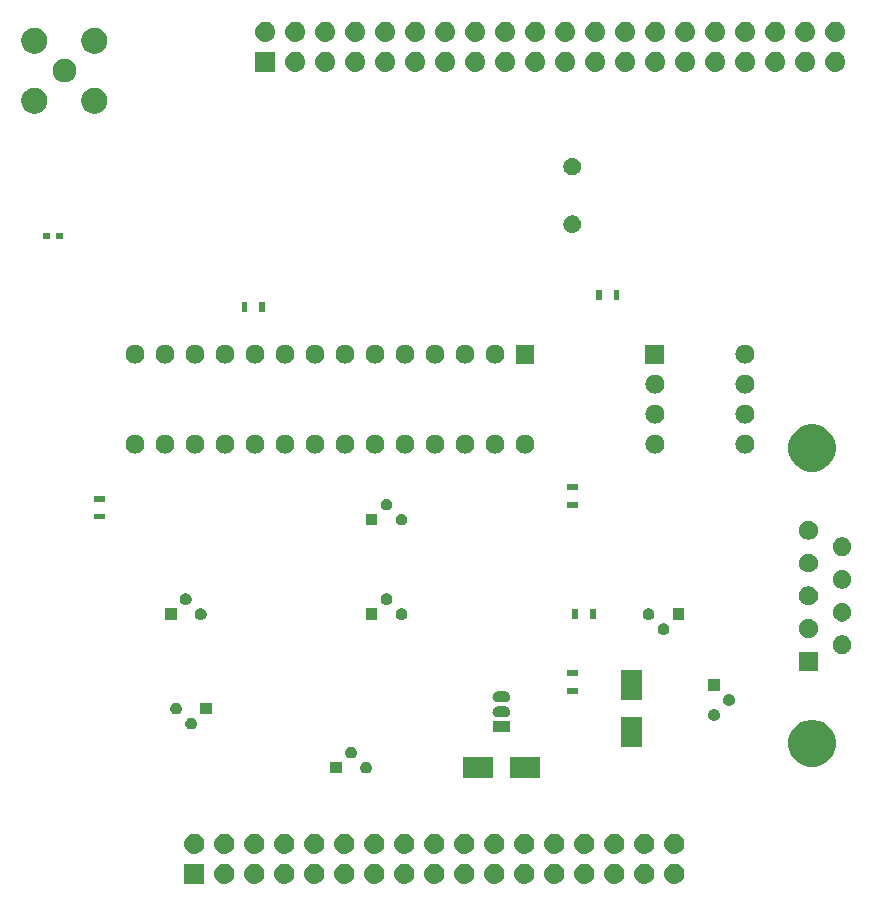
<source format=gbr>
G04 #@! TF.GenerationSoftware,KiCad,Pcbnew,(5.0.1)-3*
G04 #@! TF.CreationDate,2018-11-25T11:45:11-08:00*
G04 #@! TF.ProjectId,DashSight-Mezzanine-Card,4461736853696768742D4D657A7A616E,rev?*
G04 #@! TF.SameCoordinates,Original*
G04 #@! TF.FileFunction,Soldermask,Bot*
G04 #@! TF.FilePolarity,Negative*
%FSLAX46Y46*%
G04 Gerber Fmt 4.6, Leading zero omitted, Abs format (unit mm)*
G04 Created by KiCad (PCBNEW (5.0.1)-3) date 25/11/2018 11:45:11 AM*
%MOMM*%
%LPD*%
G01*
G04 APERTURE LIST*
%ADD10C,0.100000*%
G04 APERTURE END LIST*
D10*
G36*
X179266630Y-122162299D02*
X179426855Y-122210903D01*
X179574520Y-122289831D01*
X179703949Y-122396051D01*
X179810169Y-122525480D01*
X179889097Y-122673145D01*
X179937701Y-122833370D01*
X179954112Y-123000000D01*
X179937701Y-123166630D01*
X179889097Y-123326855D01*
X179810169Y-123474520D01*
X179703949Y-123603949D01*
X179574520Y-123710169D01*
X179426855Y-123789097D01*
X179266630Y-123837701D01*
X179141752Y-123850000D01*
X179058248Y-123850000D01*
X178933370Y-123837701D01*
X178773145Y-123789097D01*
X178625480Y-123710169D01*
X178496051Y-123603949D01*
X178389831Y-123474520D01*
X178310903Y-123326855D01*
X178262299Y-123166630D01*
X178245888Y-123000000D01*
X178262299Y-122833370D01*
X178310903Y-122673145D01*
X178389831Y-122525480D01*
X178496051Y-122396051D01*
X178625480Y-122289831D01*
X178773145Y-122210903D01*
X178933370Y-122162299D01*
X179058248Y-122150000D01*
X179141752Y-122150000D01*
X179266630Y-122162299D01*
X179266630Y-122162299D01*
G37*
G36*
X158946630Y-122162299D02*
X159106855Y-122210903D01*
X159254520Y-122289831D01*
X159383949Y-122396051D01*
X159490169Y-122525480D01*
X159569097Y-122673145D01*
X159617701Y-122833370D01*
X159634112Y-123000000D01*
X159617701Y-123166630D01*
X159569097Y-123326855D01*
X159490169Y-123474520D01*
X159383949Y-123603949D01*
X159254520Y-123710169D01*
X159106855Y-123789097D01*
X158946630Y-123837701D01*
X158821752Y-123850000D01*
X158738248Y-123850000D01*
X158613370Y-123837701D01*
X158453145Y-123789097D01*
X158305480Y-123710169D01*
X158176051Y-123603949D01*
X158069831Y-123474520D01*
X157990903Y-123326855D01*
X157942299Y-123166630D01*
X157925888Y-123000000D01*
X157942299Y-122833370D01*
X157990903Y-122673145D01*
X158069831Y-122525480D01*
X158176051Y-122396051D01*
X158305480Y-122289831D01*
X158453145Y-122210903D01*
X158613370Y-122162299D01*
X158738248Y-122150000D01*
X158821752Y-122150000D01*
X158946630Y-122162299D01*
X158946630Y-122162299D01*
G37*
G36*
X148786630Y-122162299D02*
X148946855Y-122210903D01*
X149094520Y-122289831D01*
X149223949Y-122396051D01*
X149330169Y-122525480D01*
X149409097Y-122673145D01*
X149457701Y-122833370D01*
X149474112Y-123000000D01*
X149457701Y-123166630D01*
X149409097Y-123326855D01*
X149330169Y-123474520D01*
X149223949Y-123603949D01*
X149094520Y-123710169D01*
X148946855Y-123789097D01*
X148786630Y-123837701D01*
X148661752Y-123850000D01*
X148578248Y-123850000D01*
X148453370Y-123837701D01*
X148293145Y-123789097D01*
X148145480Y-123710169D01*
X148016051Y-123603949D01*
X147909831Y-123474520D01*
X147830903Y-123326855D01*
X147782299Y-123166630D01*
X147765888Y-123000000D01*
X147782299Y-122833370D01*
X147830903Y-122673145D01*
X147909831Y-122525480D01*
X148016051Y-122396051D01*
X148145480Y-122289831D01*
X148293145Y-122210903D01*
X148453370Y-122162299D01*
X148578248Y-122150000D01*
X148661752Y-122150000D01*
X148786630Y-122162299D01*
X148786630Y-122162299D01*
G37*
G36*
X151326630Y-122162299D02*
X151486855Y-122210903D01*
X151634520Y-122289831D01*
X151763949Y-122396051D01*
X151870169Y-122525480D01*
X151949097Y-122673145D01*
X151997701Y-122833370D01*
X152014112Y-123000000D01*
X151997701Y-123166630D01*
X151949097Y-123326855D01*
X151870169Y-123474520D01*
X151763949Y-123603949D01*
X151634520Y-123710169D01*
X151486855Y-123789097D01*
X151326630Y-123837701D01*
X151201752Y-123850000D01*
X151118248Y-123850000D01*
X150993370Y-123837701D01*
X150833145Y-123789097D01*
X150685480Y-123710169D01*
X150556051Y-123603949D01*
X150449831Y-123474520D01*
X150370903Y-123326855D01*
X150322299Y-123166630D01*
X150305888Y-123000000D01*
X150322299Y-122833370D01*
X150370903Y-122673145D01*
X150449831Y-122525480D01*
X150556051Y-122396051D01*
X150685480Y-122289831D01*
X150833145Y-122210903D01*
X150993370Y-122162299D01*
X151118248Y-122150000D01*
X151201752Y-122150000D01*
X151326630Y-122162299D01*
X151326630Y-122162299D01*
G37*
G36*
X146246630Y-122162299D02*
X146406855Y-122210903D01*
X146554520Y-122289831D01*
X146683949Y-122396051D01*
X146790169Y-122525480D01*
X146869097Y-122673145D01*
X146917701Y-122833370D01*
X146934112Y-123000000D01*
X146917701Y-123166630D01*
X146869097Y-123326855D01*
X146790169Y-123474520D01*
X146683949Y-123603949D01*
X146554520Y-123710169D01*
X146406855Y-123789097D01*
X146246630Y-123837701D01*
X146121752Y-123850000D01*
X146038248Y-123850000D01*
X145913370Y-123837701D01*
X145753145Y-123789097D01*
X145605480Y-123710169D01*
X145476051Y-123603949D01*
X145369831Y-123474520D01*
X145290903Y-123326855D01*
X145242299Y-123166630D01*
X145225888Y-123000000D01*
X145242299Y-122833370D01*
X145290903Y-122673145D01*
X145369831Y-122525480D01*
X145476051Y-122396051D01*
X145605480Y-122289831D01*
X145753145Y-122210903D01*
X145913370Y-122162299D01*
X146038248Y-122150000D01*
X146121752Y-122150000D01*
X146246630Y-122162299D01*
X146246630Y-122162299D01*
G37*
G36*
X143706630Y-122162299D02*
X143866855Y-122210903D01*
X144014520Y-122289831D01*
X144143949Y-122396051D01*
X144250169Y-122525480D01*
X144329097Y-122673145D01*
X144377701Y-122833370D01*
X144394112Y-123000000D01*
X144377701Y-123166630D01*
X144329097Y-123326855D01*
X144250169Y-123474520D01*
X144143949Y-123603949D01*
X144014520Y-123710169D01*
X143866855Y-123789097D01*
X143706630Y-123837701D01*
X143581752Y-123850000D01*
X143498248Y-123850000D01*
X143373370Y-123837701D01*
X143213145Y-123789097D01*
X143065480Y-123710169D01*
X142936051Y-123603949D01*
X142829831Y-123474520D01*
X142750903Y-123326855D01*
X142702299Y-123166630D01*
X142685888Y-123000000D01*
X142702299Y-122833370D01*
X142750903Y-122673145D01*
X142829831Y-122525480D01*
X142936051Y-122396051D01*
X143065480Y-122289831D01*
X143213145Y-122210903D01*
X143373370Y-122162299D01*
X143498248Y-122150000D01*
X143581752Y-122150000D01*
X143706630Y-122162299D01*
X143706630Y-122162299D01*
G37*
G36*
X153866630Y-122162299D02*
X154026855Y-122210903D01*
X154174520Y-122289831D01*
X154303949Y-122396051D01*
X154410169Y-122525480D01*
X154489097Y-122673145D01*
X154537701Y-122833370D01*
X154554112Y-123000000D01*
X154537701Y-123166630D01*
X154489097Y-123326855D01*
X154410169Y-123474520D01*
X154303949Y-123603949D01*
X154174520Y-123710169D01*
X154026855Y-123789097D01*
X153866630Y-123837701D01*
X153741752Y-123850000D01*
X153658248Y-123850000D01*
X153533370Y-123837701D01*
X153373145Y-123789097D01*
X153225480Y-123710169D01*
X153096051Y-123603949D01*
X152989831Y-123474520D01*
X152910903Y-123326855D01*
X152862299Y-123166630D01*
X152845888Y-123000000D01*
X152862299Y-122833370D01*
X152910903Y-122673145D01*
X152989831Y-122525480D01*
X153096051Y-122396051D01*
X153225480Y-122289831D01*
X153373145Y-122210903D01*
X153533370Y-122162299D01*
X153658248Y-122150000D01*
X153741752Y-122150000D01*
X153866630Y-122162299D01*
X153866630Y-122162299D01*
G37*
G36*
X141850000Y-123850000D02*
X140150000Y-123850000D01*
X140150000Y-122150000D01*
X141850000Y-122150000D01*
X141850000Y-123850000D01*
X141850000Y-123850000D01*
G37*
G36*
X156406630Y-122162299D02*
X156566855Y-122210903D01*
X156714520Y-122289831D01*
X156843949Y-122396051D01*
X156950169Y-122525480D01*
X157029097Y-122673145D01*
X157077701Y-122833370D01*
X157094112Y-123000000D01*
X157077701Y-123166630D01*
X157029097Y-123326855D01*
X156950169Y-123474520D01*
X156843949Y-123603949D01*
X156714520Y-123710169D01*
X156566855Y-123789097D01*
X156406630Y-123837701D01*
X156281752Y-123850000D01*
X156198248Y-123850000D01*
X156073370Y-123837701D01*
X155913145Y-123789097D01*
X155765480Y-123710169D01*
X155636051Y-123603949D01*
X155529831Y-123474520D01*
X155450903Y-123326855D01*
X155402299Y-123166630D01*
X155385888Y-123000000D01*
X155402299Y-122833370D01*
X155450903Y-122673145D01*
X155529831Y-122525480D01*
X155636051Y-122396051D01*
X155765480Y-122289831D01*
X155913145Y-122210903D01*
X156073370Y-122162299D01*
X156198248Y-122150000D01*
X156281752Y-122150000D01*
X156406630Y-122162299D01*
X156406630Y-122162299D01*
G37*
G36*
X161486630Y-122162299D02*
X161646855Y-122210903D01*
X161794520Y-122289831D01*
X161923949Y-122396051D01*
X162030169Y-122525480D01*
X162109097Y-122673145D01*
X162157701Y-122833370D01*
X162174112Y-123000000D01*
X162157701Y-123166630D01*
X162109097Y-123326855D01*
X162030169Y-123474520D01*
X161923949Y-123603949D01*
X161794520Y-123710169D01*
X161646855Y-123789097D01*
X161486630Y-123837701D01*
X161361752Y-123850000D01*
X161278248Y-123850000D01*
X161153370Y-123837701D01*
X160993145Y-123789097D01*
X160845480Y-123710169D01*
X160716051Y-123603949D01*
X160609831Y-123474520D01*
X160530903Y-123326855D01*
X160482299Y-123166630D01*
X160465888Y-123000000D01*
X160482299Y-122833370D01*
X160530903Y-122673145D01*
X160609831Y-122525480D01*
X160716051Y-122396051D01*
X160845480Y-122289831D01*
X160993145Y-122210903D01*
X161153370Y-122162299D01*
X161278248Y-122150000D01*
X161361752Y-122150000D01*
X161486630Y-122162299D01*
X161486630Y-122162299D01*
G37*
G36*
X181806630Y-122162299D02*
X181966855Y-122210903D01*
X182114520Y-122289831D01*
X182243949Y-122396051D01*
X182350169Y-122525480D01*
X182429097Y-122673145D01*
X182477701Y-122833370D01*
X182494112Y-123000000D01*
X182477701Y-123166630D01*
X182429097Y-123326855D01*
X182350169Y-123474520D01*
X182243949Y-123603949D01*
X182114520Y-123710169D01*
X181966855Y-123789097D01*
X181806630Y-123837701D01*
X181681752Y-123850000D01*
X181598248Y-123850000D01*
X181473370Y-123837701D01*
X181313145Y-123789097D01*
X181165480Y-123710169D01*
X181036051Y-123603949D01*
X180929831Y-123474520D01*
X180850903Y-123326855D01*
X180802299Y-123166630D01*
X180785888Y-123000000D01*
X180802299Y-122833370D01*
X180850903Y-122673145D01*
X180929831Y-122525480D01*
X181036051Y-122396051D01*
X181165480Y-122289831D01*
X181313145Y-122210903D01*
X181473370Y-122162299D01*
X181598248Y-122150000D01*
X181681752Y-122150000D01*
X181806630Y-122162299D01*
X181806630Y-122162299D01*
G37*
G36*
X164026630Y-122162299D02*
X164186855Y-122210903D01*
X164334520Y-122289831D01*
X164463949Y-122396051D01*
X164570169Y-122525480D01*
X164649097Y-122673145D01*
X164697701Y-122833370D01*
X164714112Y-123000000D01*
X164697701Y-123166630D01*
X164649097Y-123326855D01*
X164570169Y-123474520D01*
X164463949Y-123603949D01*
X164334520Y-123710169D01*
X164186855Y-123789097D01*
X164026630Y-123837701D01*
X163901752Y-123850000D01*
X163818248Y-123850000D01*
X163693370Y-123837701D01*
X163533145Y-123789097D01*
X163385480Y-123710169D01*
X163256051Y-123603949D01*
X163149831Y-123474520D01*
X163070903Y-123326855D01*
X163022299Y-123166630D01*
X163005888Y-123000000D01*
X163022299Y-122833370D01*
X163070903Y-122673145D01*
X163149831Y-122525480D01*
X163256051Y-122396051D01*
X163385480Y-122289831D01*
X163533145Y-122210903D01*
X163693370Y-122162299D01*
X163818248Y-122150000D01*
X163901752Y-122150000D01*
X164026630Y-122162299D01*
X164026630Y-122162299D01*
G37*
G36*
X166566630Y-122162299D02*
X166726855Y-122210903D01*
X166874520Y-122289831D01*
X167003949Y-122396051D01*
X167110169Y-122525480D01*
X167189097Y-122673145D01*
X167237701Y-122833370D01*
X167254112Y-123000000D01*
X167237701Y-123166630D01*
X167189097Y-123326855D01*
X167110169Y-123474520D01*
X167003949Y-123603949D01*
X166874520Y-123710169D01*
X166726855Y-123789097D01*
X166566630Y-123837701D01*
X166441752Y-123850000D01*
X166358248Y-123850000D01*
X166233370Y-123837701D01*
X166073145Y-123789097D01*
X165925480Y-123710169D01*
X165796051Y-123603949D01*
X165689831Y-123474520D01*
X165610903Y-123326855D01*
X165562299Y-123166630D01*
X165545888Y-123000000D01*
X165562299Y-122833370D01*
X165610903Y-122673145D01*
X165689831Y-122525480D01*
X165796051Y-122396051D01*
X165925480Y-122289831D01*
X166073145Y-122210903D01*
X166233370Y-122162299D01*
X166358248Y-122150000D01*
X166441752Y-122150000D01*
X166566630Y-122162299D01*
X166566630Y-122162299D01*
G37*
G36*
X169106630Y-122162299D02*
X169266855Y-122210903D01*
X169414520Y-122289831D01*
X169543949Y-122396051D01*
X169650169Y-122525480D01*
X169729097Y-122673145D01*
X169777701Y-122833370D01*
X169794112Y-123000000D01*
X169777701Y-123166630D01*
X169729097Y-123326855D01*
X169650169Y-123474520D01*
X169543949Y-123603949D01*
X169414520Y-123710169D01*
X169266855Y-123789097D01*
X169106630Y-123837701D01*
X168981752Y-123850000D01*
X168898248Y-123850000D01*
X168773370Y-123837701D01*
X168613145Y-123789097D01*
X168465480Y-123710169D01*
X168336051Y-123603949D01*
X168229831Y-123474520D01*
X168150903Y-123326855D01*
X168102299Y-123166630D01*
X168085888Y-123000000D01*
X168102299Y-122833370D01*
X168150903Y-122673145D01*
X168229831Y-122525480D01*
X168336051Y-122396051D01*
X168465480Y-122289831D01*
X168613145Y-122210903D01*
X168773370Y-122162299D01*
X168898248Y-122150000D01*
X168981752Y-122150000D01*
X169106630Y-122162299D01*
X169106630Y-122162299D01*
G37*
G36*
X171646630Y-122162299D02*
X171806855Y-122210903D01*
X171954520Y-122289831D01*
X172083949Y-122396051D01*
X172190169Y-122525480D01*
X172269097Y-122673145D01*
X172317701Y-122833370D01*
X172334112Y-123000000D01*
X172317701Y-123166630D01*
X172269097Y-123326855D01*
X172190169Y-123474520D01*
X172083949Y-123603949D01*
X171954520Y-123710169D01*
X171806855Y-123789097D01*
X171646630Y-123837701D01*
X171521752Y-123850000D01*
X171438248Y-123850000D01*
X171313370Y-123837701D01*
X171153145Y-123789097D01*
X171005480Y-123710169D01*
X170876051Y-123603949D01*
X170769831Y-123474520D01*
X170690903Y-123326855D01*
X170642299Y-123166630D01*
X170625888Y-123000000D01*
X170642299Y-122833370D01*
X170690903Y-122673145D01*
X170769831Y-122525480D01*
X170876051Y-122396051D01*
X171005480Y-122289831D01*
X171153145Y-122210903D01*
X171313370Y-122162299D01*
X171438248Y-122150000D01*
X171521752Y-122150000D01*
X171646630Y-122162299D01*
X171646630Y-122162299D01*
G37*
G36*
X176726630Y-122162299D02*
X176886855Y-122210903D01*
X177034520Y-122289831D01*
X177163949Y-122396051D01*
X177270169Y-122525480D01*
X177349097Y-122673145D01*
X177397701Y-122833370D01*
X177414112Y-123000000D01*
X177397701Y-123166630D01*
X177349097Y-123326855D01*
X177270169Y-123474520D01*
X177163949Y-123603949D01*
X177034520Y-123710169D01*
X176886855Y-123789097D01*
X176726630Y-123837701D01*
X176601752Y-123850000D01*
X176518248Y-123850000D01*
X176393370Y-123837701D01*
X176233145Y-123789097D01*
X176085480Y-123710169D01*
X175956051Y-123603949D01*
X175849831Y-123474520D01*
X175770903Y-123326855D01*
X175722299Y-123166630D01*
X175705888Y-123000000D01*
X175722299Y-122833370D01*
X175770903Y-122673145D01*
X175849831Y-122525480D01*
X175956051Y-122396051D01*
X176085480Y-122289831D01*
X176233145Y-122210903D01*
X176393370Y-122162299D01*
X176518248Y-122150000D01*
X176601752Y-122150000D01*
X176726630Y-122162299D01*
X176726630Y-122162299D01*
G37*
G36*
X174186630Y-122162299D02*
X174346855Y-122210903D01*
X174494520Y-122289831D01*
X174623949Y-122396051D01*
X174730169Y-122525480D01*
X174809097Y-122673145D01*
X174857701Y-122833370D01*
X174874112Y-123000000D01*
X174857701Y-123166630D01*
X174809097Y-123326855D01*
X174730169Y-123474520D01*
X174623949Y-123603949D01*
X174494520Y-123710169D01*
X174346855Y-123789097D01*
X174186630Y-123837701D01*
X174061752Y-123850000D01*
X173978248Y-123850000D01*
X173853370Y-123837701D01*
X173693145Y-123789097D01*
X173545480Y-123710169D01*
X173416051Y-123603949D01*
X173309831Y-123474520D01*
X173230903Y-123326855D01*
X173182299Y-123166630D01*
X173165888Y-123000000D01*
X173182299Y-122833370D01*
X173230903Y-122673145D01*
X173309831Y-122525480D01*
X173416051Y-122396051D01*
X173545480Y-122289831D01*
X173693145Y-122210903D01*
X173853370Y-122162299D01*
X173978248Y-122150000D01*
X174061752Y-122150000D01*
X174186630Y-122162299D01*
X174186630Y-122162299D01*
G37*
G36*
X161486630Y-119622299D02*
X161646855Y-119670903D01*
X161794520Y-119749831D01*
X161923949Y-119856051D01*
X162030169Y-119985480D01*
X162109097Y-120133145D01*
X162157701Y-120293370D01*
X162174112Y-120460000D01*
X162157701Y-120626630D01*
X162109097Y-120786855D01*
X162030169Y-120934520D01*
X161923949Y-121063949D01*
X161794520Y-121170169D01*
X161646855Y-121249097D01*
X161486630Y-121297701D01*
X161361752Y-121310000D01*
X161278248Y-121310000D01*
X161153370Y-121297701D01*
X160993145Y-121249097D01*
X160845480Y-121170169D01*
X160716051Y-121063949D01*
X160609831Y-120934520D01*
X160530903Y-120786855D01*
X160482299Y-120626630D01*
X160465888Y-120460000D01*
X160482299Y-120293370D01*
X160530903Y-120133145D01*
X160609831Y-119985480D01*
X160716051Y-119856051D01*
X160845480Y-119749831D01*
X160993145Y-119670903D01*
X161153370Y-119622299D01*
X161278248Y-119610000D01*
X161361752Y-119610000D01*
X161486630Y-119622299D01*
X161486630Y-119622299D01*
G37*
G36*
X141166630Y-119622299D02*
X141326855Y-119670903D01*
X141474520Y-119749831D01*
X141603949Y-119856051D01*
X141710169Y-119985480D01*
X141789097Y-120133145D01*
X141837701Y-120293370D01*
X141854112Y-120460000D01*
X141837701Y-120626630D01*
X141789097Y-120786855D01*
X141710169Y-120934520D01*
X141603949Y-121063949D01*
X141474520Y-121170169D01*
X141326855Y-121249097D01*
X141166630Y-121297701D01*
X141041752Y-121310000D01*
X140958248Y-121310000D01*
X140833370Y-121297701D01*
X140673145Y-121249097D01*
X140525480Y-121170169D01*
X140396051Y-121063949D01*
X140289831Y-120934520D01*
X140210903Y-120786855D01*
X140162299Y-120626630D01*
X140145888Y-120460000D01*
X140162299Y-120293370D01*
X140210903Y-120133145D01*
X140289831Y-119985480D01*
X140396051Y-119856051D01*
X140525480Y-119749831D01*
X140673145Y-119670903D01*
X140833370Y-119622299D01*
X140958248Y-119610000D01*
X141041752Y-119610000D01*
X141166630Y-119622299D01*
X141166630Y-119622299D01*
G37*
G36*
X143706630Y-119622299D02*
X143866855Y-119670903D01*
X144014520Y-119749831D01*
X144143949Y-119856051D01*
X144250169Y-119985480D01*
X144329097Y-120133145D01*
X144377701Y-120293370D01*
X144394112Y-120460000D01*
X144377701Y-120626630D01*
X144329097Y-120786855D01*
X144250169Y-120934520D01*
X144143949Y-121063949D01*
X144014520Y-121170169D01*
X143866855Y-121249097D01*
X143706630Y-121297701D01*
X143581752Y-121310000D01*
X143498248Y-121310000D01*
X143373370Y-121297701D01*
X143213145Y-121249097D01*
X143065480Y-121170169D01*
X142936051Y-121063949D01*
X142829831Y-120934520D01*
X142750903Y-120786855D01*
X142702299Y-120626630D01*
X142685888Y-120460000D01*
X142702299Y-120293370D01*
X142750903Y-120133145D01*
X142829831Y-119985480D01*
X142936051Y-119856051D01*
X143065480Y-119749831D01*
X143213145Y-119670903D01*
X143373370Y-119622299D01*
X143498248Y-119610000D01*
X143581752Y-119610000D01*
X143706630Y-119622299D01*
X143706630Y-119622299D01*
G37*
G36*
X148786630Y-119622299D02*
X148946855Y-119670903D01*
X149094520Y-119749831D01*
X149223949Y-119856051D01*
X149330169Y-119985480D01*
X149409097Y-120133145D01*
X149457701Y-120293370D01*
X149474112Y-120460000D01*
X149457701Y-120626630D01*
X149409097Y-120786855D01*
X149330169Y-120934520D01*
X149223949Y-121063949D01*
X149094520Y-121170169D01*
X148946855Y-121249097D01*
X148786630Y-121297701D01*
X148661752Y-121310000D01*
X148578248Y-121310000D01*
X148453370Y-121297701D01*
X148293145Y-121249097D01*
X148145480Y-121170169D01*
X148016051Y-121063949D01*
X147909831Y-120934520D01*
X147830903Y-120786855D01*
X147782299Y-120626630D01*
X147765888Y-120460000D01*
X147782299Y-120293370D01*
X147830903Y-120133145D01*
X147909831Y-119985480D01*
X148016051Y-119856051D01*
X148145480Y-119749831D01*
X148293145Y-119670903D01*
X148453370Y-119622299D01*
X148578248Y-119610000D01*
X148661752Y-119610000D01*
X148786630Y-119622299D01*
X148786630Y-119622299D01*
G37*
G36*
X146246630Y-119622299D02*
X146406855Y-119670903D01*
X146554520Y-119749831D01*
X146683949Y-119856051D01*
X146790169Y-119985480D01*
X146869097Y-120133145D01*
X146917701Y-120293370D01*
X146934112Y-120460000D01*
X146917701Y-120626630D01*
X146869097Y-120786855D01*
X146790169Y-120934520D01*
X146683949Y-121063949D01*
X146554520Y-121170169D01*
X146406855Y-121249097D01*
X146246630Y-121297701D01*
X146121752Y-121310000D01*
X146038248Y-121310000D01*
X145913370Y-121297701D01*
X145753145Y-121249097D01*
X145605480Y-121170169D01*
X145476051Y-121063949D01*
X145369831Y-120934520D01*
X145290903Y-120786855D01*
X145242299Y-120626630D01*
X145225888Y-120460000D01*
X145242299Y-120293370D01*
X145290903Y-120133145D01*
X145369831Y-119985480D01*
X145476051Y-119856051D01*
X145605480Y-119749831D01*
X145753145Y-119670903D01*
X145913370Y-119622299D01*
X146038248Y-119610000D01*
X146121752Y-119610000D01*
X146246630Y-119622299D01*
X146246630Y-119622299D01*
G37*
G36*
X164026630Y-119622299D02*
X164186855Y-119670903D01*
X164334520Y-119749831D01*
X164463949Y-119856051D01*
X164570169Y-119985480D01*
X164649097Y-120133145D01*
X164697701Y-120293370D01*
X164714112Y-120460000D01*
X164697701Y-120626630D01*
X164649097Y-120786855D01*
X164570169Y-120934520D01*
X164463949Y-121063949D01*
X164334520Y-121170169D01*
X164186855Y-121249097D01*
X164026630Y-121297701D01*
X163901752Y-121310000D01*
X163818248Y-121310000D01*
X163693370Y-121297701D01*
X163533145Y-121249097D01*
X163385480Y-121170169D01*
X163256051Y-121063949D01*
X163149831Y-120934520D01*
X163070903Y-120786855D01*
X163022299Y-120626630D01*
X163005888Y-120460000D01*
X163022299Y-120293370D01*
X163070903Y-120133145D01*
X163149831Y-119985480D01*
X163256051Y-119856051D01*
X163385480Y-119749831D01*
X163533145Y-119670903D01*
X163693370Y-119622299D01*
X163818248Y-119610000D01*
X163901752Y-119610000D01*
X164026630Y-119622299D01*
X164026630Y-119622299D01*
G37*
G36*
X166566630Y-119622299D02*
X166726855Y-119670903D01*
X166874520Y-119749831D01*
X167003949Y-119856051D01*
X167110169Y-119985480D01*
X167189097Y-120133145D01*
X167237701Y-120293370D01*
X167254112Y-120460000D01*
X167237701Y-120626630D01*
X167189097Y-120786855D01*
X167110169Y-120934520D01*
X167003949Y-121063949D01*
X166874520Y-121170169D01*
X166726855Y-121249097D01*
X166566630Y-121297701D01*
X166441752Y-121310000D01*
X166358248Y-121310000D01*
X166233370Y-121297701D01*
X166073145Y-121249097D01*
X165925480Y-121170169D01*
X165796051Y-121063949D01*
X165689831Y-120934520D01*
X165610903Y-120786855D01*
X165562299Y-120626630D01*
X165545888Y-120460000D01*
X165562299Y-120293370D01*
X165610903Y-120133145D01*
X165689831Y-119985480D01*
X165796051Y-119856051D01*
X165925480Y-119749831D01*
X166073145Y-119670903D01*
X166233370Y-119622299D01*
X166358248Y-119610000D01*
X166441752Y-119610000D01*
X166566630Y-119622299D01*
X166566630Y-119622299D01*
G37*
G36*
X169106630Y-119622299D02*
X169266855Y-119670903D01*
X169414520Y-119749831D01*
X169543949Y-119856051D01*
X169650169Y-119985480D01*
X169729097Y-120133145D01*
X169777701Y-120293370D01*
X169794112Y-120460000D01*
X169777701Y-120626630D01*
X169729097Y-120786855D01*
X169650169Y-120934520D01*
X169543949Y-121063949D01*
X169414520Y-121170169D01*
X169266855Y-121249097D01*
X169106630Y-121297701D01*
X168981752Y-121310000D01*
X168898248Y-121310000D01*
X168773370Y-121297701D01*
X168613145Y-121249097D01*
X168465480Y-121170169D01*
X168336051Y-121063949D01*
X168229831Y-120934520D01*
X168150903Y-120786855D01*
X168102299Y-120626630D01*
X168085888Y-120460000D01*
X168102299Y-120293370D01*
X168150903Y-120133145D01*
X168229831Y-119985480D01*
X168336051Y-119856051D01*
X168465480Y-119749831D01*
X168613145Y-119670903D01*
X168773370Y-119622299D01*
X168898248Y-119610000D01*
X168981752Y-119610000D01*
X169106630Y-119622299D01*
X169106630Y-119622299D01*
G37*
G36*
X156406630Y-119622299D02*
X156566855Y-119670903D01*
X156714520Y-119749831D01*
X156843949Y-119856051D01*
X156950169Y-119985480D01*
X157029097Y-120133145D01*
X157077701Y-120293370D01*
X157094112Y-120460000D01*
X157077701Y-120626630D01*
X157029097Y-120786855D01*
X156950169Y-120934520D01*
X156843949Y-121063949D01*
X156714520Y-121170169D01*
X156566855Y-121249097D01*
X156406630Y-121297701D01*
X156281752Y-121310000D01*
X156198248Y-121310000D01*
X156073370Y-121297701D01*
X155913145Y-121249097D01*
X155765480Y-121170169D01*
X155636051Y-121063949D01*
X155529831Y-120934520D01*
X155450903Y-120786855D01*
X155402299Y-120626630D01*
X155385888Y-120460000D01*
X155402299Y-120293370D01*
X155450903Y-120133145D01*
X155529831Y-119985480D01*
X155636051Y-119856051D01*
X155765480Y-119749831D01*
X155913145Y-119670903D01*
X156073370Y-119622299D01*
X156198248Y-119610000D01*
X156281752Y-119610000D01*
X156406630Y-119622299D01*
X156406630Y-119622299D01*
G37*
G36*
X153866630Y-119622299D02*
X154026855Y-119670903D01*
X154174520Y-119749831D01*
X154303949Y-119856051D01*
X154410169Y-119985480D01*
X154489097Y-120133145D01*
X154537701Y-120293370D01*
X154554112Y-120460000D01*
X154537701Y-120626630D01*
X154489097Y-120786855D01*
X154410169Y-120934520D01*
X154303949Y-121063949D01*
X154174520Y-121170169D01*
X154026855Y-121249097D01*
X153866630Y-121297701D01*
X153741752Y-121310000D01*
X153658248Y-121310000D01*
X153533370Y-121297701D01*
X153373145Y-121249097D01*
X153225480Y-121170169D01*
X153096051Y-121063949D01*
X152989831Y-120934520D01*
X152910903Y-120786855D01*
X152862299Y-120626630D01*
X152845888Y-120460000D01*
X152862299Y-120293370D01*
X152910903Y-120133145D01*
X152989831Y-119985480D01*
X153096051Y-119856051D01*
X153225480Y-119749831D01*
X153373145Y-119670903D01*
X153533370Y-119622299D01*
X153658248Y-119610000D01*
X153741752Y-119610000D01*
X153866630Y-119622299D01*
X153866630Y-119622299D01*
G37*
G36*
X181806630Y-119622299D02*
X181966855Y-119670903D01*
X182114520Y-119749831D01*
X182243949Y-119856051D01*
X182350169Y-119985480D01*
X182429097Y-120133145D01*
X182477701Y-120293370D01*
X182494112Y-120460000D01*
X182477701Y-120626630D01*
X182429097Y-120786855D01*
X182350169Y-120934520D01*
X182243949Y-121063949D01*
X182114520Y-121170169D01*
X181966855Y-121249097D01*
X181806630Y-121297701D01*
X181681752Y-121310000D01*
X181598248Y-121310000D01*
X181473370Y-121297701D01*
X181313145Y-121249097D01*
X181165480Y-121170169D01*
X181036051Y-121063949D01*
X180929831Y-120934520D01*
X180850903Y-120786855D01*
X180802299Y-120626630D01*
X180785888Y-120460000D01*
X180802299Y-120293370D01*
X180850903Y-120133145D01*
X180929831Y-119985480D01*
X181036051Y-119856051D01*
X181165480Y-119749831D01*
X181313145Y-119670903D01*
X181473370Y-119622299D01*
X181598248Y-119610000D01*
X181681752Y-119610000D01*
X181806630Y-119622299D01*
X181806630Y-119622299D01*
G37*
G36*
X174186630Y-119622299D02*
X174346855Y-119670903D01*
X174494520Y-119749831D01*
X174623949Y-119856051D01*
X174730169Y-119985480D01*
X174809097Y-120133145D01*
X174857701Y-120293370D01*
X174874112Y-120460000D01*
X174857701Y-120626630D01*
X174809097Y-120786855D01*
X174730169Y-120934520D01*
X174623949Y-121063949D01*
X174494520Y-121170169D01*
X174346855Y-121249097D01*
X174186630Y-121297701D01*
X174061752Y-121310000D01*
X173978248Y-121310000D01*
X173853370Y-121297701D01*
X173693145Y-121249097D01*
X173545480Y-121170169D01*
X173416051Y-121063949D01*
X173309831Y-120934520D01*
X173230903Y-120786855D01*
X173182299Y-120626630D01*
X173165888Y-120460000D01*
X173182299Y-120293370D01*
X173230903Y-120133145D01*
X173309831Y-119985480D01*
X173416051Y-119856051D01*
X173545480Y-119749831D01*
X173693145Y-119670903D01*
X173853370Y-119622299D01*
X173978248Y-119610000D01*
X174061752Y-119610000D01*
X174186630Y-119622299D01*
X174186630Y-119622299D01*
G37*
G36*
X151326630Y-119622299D02*
X151486855Y-119670903D01*
X151634520Y-119749831D01*
X151763949Y-119856051D01*
X151870169Y-119985480D01*
X151949097Y-120133145D01*
X151997701Y-120293370D01*
X152014112Y-120460000D01*
X151997701Y-120626630D01*
X151949097Y-120786855D01*
X151870169Y-120934520D01*
X151763949Y-121063949D01*
X151634520Y-121170169D01*
X151486855Y-121249097D01*
X151326630Y-121297701D01*
X151201752Y-121310000D01*
X151118248Y-121310000D01*
X150993370Y-121297701D01*
X150833145Y-121249097D01*
X150685480Y-121170169D01*
X150556051Y-121063949D01*
X150449831Y-120934520D01*
X150370903Y-120786855D01*
X150322299Y-120626630D01*
X150305888Y-120460000D01*
X150322299Y-120293370D01*
X150370903Y-120133145D01*
X150449831Y-119985480D01*
X150556051Y-119856051D01*
X150685480Y-119749831D01*
X150833145Y-119670903D01*
X150993370Y-119622299D01*
X151118248Y-119610000D01*
X151201752Y-119610000D01*
X151326630Y-119622299D01*
X151326630Y-119622299D01*
G37*
G36*
X176726630Y-119622299D02*
X176886855Y-119670903D01*
X177034520Y-119749831D01*
X177163949Y-119856051D01*
X177270169Y-119985480D01*
X177349097Y-120133145D01*
X177397701Y-120293370D01*
X177414112Y-120460000D01*
X177397701Y-120626630D01*
X177349097Y-120786855D01*
X177270169Y-120934520D01*
X177163949Y-121063949D01*
X177034520Y-121170169D01*
X176886855Y-121249097D01*
X176726630Y-121297701D01*
X176601752Y-121310000D01*
X176518248Y-121310000D01*
X176393370Y-121297701D01*
X176233145Y-121249097D01*
X176085480Y-121170169D01*
X175956051Y-121063949D01*
X175849831Y-120934520D01*
X175770903Y-120786855D01*
X175722299Y-120626630D01*
X175705888Y-120460000D01*
X175722299Y-120293370D01*
X175770903Y-120133145D01*
X175849831Y-119985480D01*
X175956051Y-119856051D01*
X176085480Y-119749831D01*
X176233145Y-119670903D01*
X176393370Y-119622299D01*
X176518248Y-119610000D01*
X176601752Y-119610000D01*
X176726630Y-119622299D01*
X176726630Y-119622299D01*
G37*
G36*
X179266630Y-119622299D02*
X179426855Y-119670903D01*
X179574520Y-119749831D01*
X179703949Y-119856051D01*
X179810169Y-119985480D01*
X179889097Y-120133145D01*
X179937701Y-120293370D01*
X179954112Y-120460000D01*
X179937701Y-120626630D01*
X179889097Y-120786855D01*
X179810169Y-120934520D01*
X179703949Y-121063949D01*
X179574520Y-121170169D01*
X179426855Y-121249097D01*
X179266630Y-121297701D01*
X179141752Y-121310000D01*
X179058248Y-121310000D01*
X178933370Y-121297701D01*
X178773145Y-121249097D01*
X178625480Y-121170169D01*
X178496051Y-121063949D01*
X178389831Y-120934520D01*
X178310903Y-120786855D01*
X178262299Y-120626630D01*
X178245888Y-120460000D01*
X178262299Y-120293370D01*
X178310903Y-120133145D01*
X178389831Y-119985480D01*
X178496051Y-119856051D01*
X178625480Y-119749831D01*
X178773145Y-119670903D01*
X178933370Y-119622299D01*
X179058248Y-119610000D01*
X179141752Y-119610000D01*
X179266630Y-119622299D01*
X179266630Y-119622299D01*
G37*
G36*
X171646630Y-119622299D02*
X171806855Y-119670903D01*
X171954520Y-119749831D01*
X172083949Y-119856051D01*
X172190169Y-119985480D01*
X172269097Y-120133145D01*
X172317701Y-120293370D01*
X172334112Y-120460000D01*
X172317701Y-120626630D01*
X172269097Y-120786855D01*
X172190169Y-120934520D01*
X172083949Y-121063949D01*
X171954520Y-121170169D01*
X171806855Y-121249097D01*
X171646630Y-121297701D01*
X171521752Y-121310000D01*
X171438248Y-121310000D01*
X171313370Y-121297701D01*
X171153145Y-121249097D01*
X171005480Y-121170169D01*
X170876051Y-121063949D01*
X170769831Y-120934520D01*
X170690903Y-120786855D01*
X170642299Y-120626630D01*
X170625888Y-120460000D01*
X170642299Y-120293370D01*
X170690903Y-120133145D01*
X170769831Y-119985480D01*
X170876051Y-119856051D01*
X171005480Y-119749831D01*
X171153145Y-119670903D01*
X171313370Y-119622299D01*
X171438248Y-119610000D01*
X171521752Y-119610000D01*
X171646630Y-119622299D01*
X171646630Y-119622299D01*
G37*
G36*
X158946630Y-119622299D02*
X159106855Y-119670903D01*
X159254520Y-119749831D01*
X159383949Y-119856051D01*
X159490169Y-119985480D01*
X159569097Y-120133145D01*
X159617701Y-120293370D01*
X159634112Y-120460000D01*
X159617701Y-120626630D01*
X159569097Y-120786855D01*
X159490169Y-120934520D01*
X159383949Y-121063949D01*
X159254520Y-121170169D01*
X159106855Y-121249097D01*
X158946630Y-121297701D01*
X158821752Y-121310000D01*
X158738248Y-121310000D01*
X158613370Y-121297701D01*
X158453145Y-121249097D01*
X158305480Y-121170169D01*
X158176051Y-121063949D01*
X158069831Y-120934520D01*
X157990903Y-120786855D01*
X157942299Y-120626630D01*
X157925888Y-120460000D01*
X157942299Y-120293370D01*
X157990903Y-120133145D01*
X158069831Y-119985480D01*
X158176051Y-119856051D01*
X158305480Y-119749831D01*
X158453145Y-119670903D01*
X158613370Y-119622299D01*
X158738248Y-119610000D01*
X158821752Y-119610000D01*
X158946630Y-119622299D01*
X158946630Y-119622299D01*
G37*
G36*
X166250000Y-114900000D02*
X163750000Y-114900000D01*
X163750000Y-113100000D01*
X166250000Y-113100000D01*
X166250000Y-114900000D01*
X166250000Y-114900000D01*
G37*
G36*
X170250000Y-114900000D02*
X167750000Y-114900000D01*
X167750000Y-113100000D01*
X170250000Y-113100000D01*
X170250000Y-114900000D01*
X170250000Y-114900000D01*
G37*
G36*
X155685845Y-113519215D02*
X155776839Y-113556906D01*
X155857640Y-113610896D01*
X155858734Y-113611627D01*
X155928373Y-113681266D01*
X155928375Y-113681269D01*
X155962525Y-113732377D01*
X155983095Y-113763163D01*
X156020785Y-113854155D01*
X156040000Y-113950755D01*
X156040000Y-114049245D01*
X156020785Y-114145845D01*
X155983095Y-114236837D01*
X155928373Y-114318734D01*
X155858734Y-114388373D01*
X155858731Y-114388375D01*
X155776839Y-114443094D01*
X155685845Y-114480785D01*
X155589246Y-114500000D01*
X155490754Y-114500000D01*
X155394155Y-114480785D01*
X155303161Y-114443094D01*
X155221269Y-114388375D01*
X155221266Y-114388373D01*
X155151627Y-114318734D01*
X155096905Y-114236837D01*
X155059215Y-114145845D01*
X155040000Y-114049245D01*
X155040000Y-113950755D01*
X155059215Y-113854155D01*
X155096905Y-113763163D01*
X155117476Y-113732377D01*
X155151625Y-113681269D01*
X155151627Y-113681266D01*
X155221266Y-113611627D01*
X155222360Y-113610896D01*
X155303161Y-113556906D01*
X155394155Y-113519215D01*
X155490754Y-113500000D01*
X155589246Y-113500000D01*
X155685845Y-113519215D01*
X155685845Y-113519215D01*
G37*
G36*
X153500000Y-114500000D02*
X152500000Y-114500000D01*
X152500000Y-113500000D01*
X153500000Y-113500000D01*
X153500000Y-114500000D01*
X153500000Y-114500000D01*
G37*
G36*
X193883378Y-110036859D02*
X194247354Y-110187622D01*
X194574929Y-110406501D01*
X194853499Y-110685071D01*
X195072378Y-111012646D01*
X195223141Y-111376622D01*
X195300000Y-111763016D01*
X195300000Y-112156984D01*
X195223141Y-112543378D01*
X195072378Y-112907354D01*
X194853499Y-113234929D01*
X194574929Y-113513499D01*
X194247354Y-113732378D01*
X193883378Y-113883141D01*
X193496984Y-113960000D01*
X193103016Y-113960000D01*
X192716622Y-113883141D01*
X192352646Y-113732378D01*
X192025071Y-113513499D01*
X191746501Y-113234929D01*
X191527622Y-112907354D01*
X191376859Y-112543378D01*
X191300000Y-112156984D01*
X191300000Y-111763016D01*
X191376859Y-111376622D01*
X191527622Y-111012646D01*
X191746501Y-110685071D01*
X192025071Y-110406501D01*
X192352646Y-110187622D01*
X192716622Y-110036859D01*
X193103016Y-109960000D01*
X193496984Y-109960000D01*
X193883378Y-110036859D01*
X193883378Y-110036859D01*
G37*
G36*
X154415845Y-112249215D02*
X154506839Y-112286906D01*
X154587640Y-112340896D01*
X154588734Y-112341627D01*
X154658373Y-112411266D01*
X154713095Y-112493163D01*
X154750785Y-112584155D01*
X154770000Y-112680755D01*
X154770000Y-112779245D01*
X154750785Y-112875845D01*
X154713095Y-112966837D01*
X154658373Y-113048734D01*
X154588734Y-113118373D01*
X154588731Y-113118375D01*
X154506839Y-113173094D01*
X154415845Y-113210785D01*
X154319246Y-113230000D01*
X154220754Y-113230000D01*
X154124155Y-113210785D01*
X154033161Y-113173094D01*
X153951269Y-113118375D01*
X153951266Y-113118373D01*
X153881627Y-113048734D01*
X153826905Y-112966837D01*
X153789215Y-112875845D01*
X153770000Y-112779245D01*
X153770000Y-112680755D01*
X153789215Y-112584155D01*
X153826905Y-112493163D01*
X153881627Y-112411266D01*
X153951266Y-112341627D01*
X153952360Y-112340896D01*
X154033161Y-112286906D01*
X154124155Y-112249215D01*
X154220754Y-112230000D01*
X154319246Y-112230000D01*
X154415845Y-112249215D01*
X154415845Y-112249215D01*
G37*
G36*
X178900000Y-112250000D02*
X177100000Y-112250000D01*
X177100000Y-109750000D01*
X178900000Y-109750000D01*
X178900000Y-112250000D01*
X178900000Y-112250000D01*
G37*
G36*
X167750000Y-110990000D02*
X166250000Y-110990000D01*
X166250000Y-110090000D01*
X167750000Y-110090000D01*
X167750000Y-110990000D01*
X167750000Y-110990000D01*
G37*
G36*
X140875845Y-109789215D02*
X140966839Y-109826906D01*
X141047640Y-109880896D01*
X141048734Y-109881627D01*
X141118373Y-109951266D01*
X141118375Y-109951269D01*
X141173094Y-110033161D01*
X141210785Y-110124155D01*
X141223410Y-110187622D01*
X141230000Y-110220755D01*
X141230000Y-110319245D01*
X141210785Y-110415845D01*
X141173095Y-110506837D01*
X141118373Y-110588734D01*
X141048734Y-110658373D01*
X141048731Y-110658375D01*
X140966839Y-110713094D01*
X140875845Y-110750785D01*
X140779246Y-110770000D01*
X140680754Y-110770000D01*
X140584155Y-110750785D01*
X140493161Y-110713094D01*
X140411269Y-110658375D01*
X140411266Y-110658373D01*
X140341627Y-110588734D01*
X140286905Y-110506837D01*
X140249215Y-110415845D01*
X140230000Y-110319245D01*
X140230000Y-110220755D01*
X140236591Y-110187622D01*
X140249215Y-110124155D01*
X140286906Y-110033161D01*
X140341625Y-109951269D01*
X140341627Y-109951266D01*
X140411266Y-109881627D01*
X140412360Y-109880896D01*
X140493161Y-109826906D01*
X140584155Y-109789215D01*
X140680754Y-109770000D01*
X140779246Y-109770000D01*
X140875845Y-109789215D01*
X140875845Y-109789215D01*
G37*
G36*
X185145845Y-109059215D02*
X185236839Y-109096906D01*
X185236918Y-109096959D01*
X185318734Y-109151627D01*
X185388373Y-109221266D01*
X185388375Y-109221269D01*
X185443094Y-109303161D01*
X185480785Y-109394155D01*
X185500000Y-109490754D01*
X185500000Y-109589246D01*
X185480785Y-109685845D01*
X185469335Y-109713489D01*
X185443094Y-109776839D01*
X185409641Y-109826905D01*
X185388373Y-109858734D01*
X185318734Y-109928373D01*
X185318731Y-109928375D01*
X185236839Y-109983094D01*
X185145845Y-110020785D01*
X185049246Y-110040000D01*
X184950754Y-110040000D01*
X184854155Y-110020785D01*
X184763161Y-109983094D01*
X184681269Y-109928375D01*
X184681266Y-109928373D01*
X184611627Y-109858734D01*
X184590359Y-109826905D01*
X184556906Y-109776839D01*
X184530666Y-109713489D01*
X184519215Y-109685845D01*
X184500000Y-109589246D01*
X184500000Y-109490754D01*
X184519215Y-109394155D01*
X184556906Y-109303161D01*
X184611625Y-109221269D01*
X184611627Y-109221266D01*
X184681266Y-109151627D01*
X184763082Y-109096959D01*
X184763161Y-109096906D01*
X184854155Y-109059215D01*
X184950754Y-109040000D01*
X185049246Y-109040000D01*
X185145845Y-109059215D01*
X185145845Y-109059215D01*
G37*
G36*
X167355160Y-108823256D02*
X167388215Y-108826511D01*
X167430628Y-108839377D01*
X167473042Y-108852243D01*
X167551217Y-108894029D01*
X167619738Y-108950262D01*
X167675971Y-109018783D01*
X167717757Y-109096958D01*
X167717757Y-109096959D01*
X167743489Y-109181785D01*
X167752177Y-109270000D01*
X167743489Y-109358215D01*
X167734340Y-109388375D01*
X167717757Y-109443042D01*
X167675971Y-109521217D01*
X167619738Y-109589738D01*
X167551217Y-109645971D01*
X167473042Y-109687757D01*
X167430628Y-109700623D01*
X167388215Y-109713489D01*
X167355160Y-109716745D01*
X167322106Y-109720000D01*
X166677894Y-109720000D01*
X166644840Y-109716745D01*
X166611785Y-109713489D01*
X166569372Y-109700623D01*
X166526958Y-109687757D01*
X166448783Y-109645971D01*
X166380262Y-109589738D01*
X166324029Y-109521217D01*
X166282243Y-109443042D01*
X166265660Y-109388375D01*
X166256511Y-109358215D01*
X166247823Y-109270000D01*
X166256511Y-109181785D01*
X166282243Y-109096959D01*
X166282243Y-109096958D01*
X166324029Y-109018783D01*
X166380262Y-108950262D01*
X166448783Y-108894029D01*
X166526958Y-108852243D01*
X166569372Y-108839377D01*
X166611785Y-108826511D01*
X166644840Y-108823256D01*
X166677894Y-108820000D01*
X167322106Y-108820000D01*
X167355160Y-108823256D01*
X167355160Y-108823256D01*
G37*
G36*
X142500000Y-109500000D02*
X141500000Y-109500000D01*
X141500000Y-108500000D01*
X142500000Y-108500000D01*
X142500000Y-109500000D01*
X142500000Y-109500000D01*
G37*
G36*
X139605845Y-108519215D02*
X139696839Y-108556906D01*
X139777640Y-108610896D01*
X139778734Y-108611627D01*
X139848373Y-108681266D01*
X139848375Y-108681269D01*
X139894825Y-108750785D01*
X139903095Y-108763163D01*
X139939993Y-108852243D01*
X139940785Y-108854155D01*
X139948717Y-108894029D01*
X139960000Y-108950755D01*
X139960000Y-109049245D01*
X139940785Y-109145845D01*
X139903095Y-109236837D01*
X139848373Y-109318734D01*
X139778734Y-109388373D01*
X139778731Y-109388375D01*
X139696839Y-109443094D01*
X139605845Y-109480785D01*
X139509246Y-109500000D01*
X139410754Y-109500000D01*
X139314155Y-109480785D01*
X139223161Y-109443094D01*
X139141269Y-109388375D01*
X139141266Y-109388373D01*
X139071627Y-109318734D01*
X139016905Y-109236837D01*
X138979215Y-109145845D01*
X138960000Y-109049245D01*
X138960000Y-108950755D01*
X138971284Y-108894029D01*
X138979215Y-108854155D01*
X138980007Y-108852243D01*
X139016905Y-108763163D01*
X139025176Y-108750785D01*
X139071625Y-108681269D01*
X139071627Y-108681266D01*
X139141266Y-108611627D01*
X139142360Y-108610896D01*
X139223161Y-108556906D01*
X139314155Y-108519215D01*
X139410754Y-108500000D01*
X139509246Y-108500000D01*
X139605845Y-108519215D01*
X139605845Y-108519215D01*
G37*
G36*
X186415845Y-107789215D02*
X186506839Y-107826906D01*
X186506918Y-107826959D01*
X186588734Y-107881627D01*
X186658373Y-107951266D01*
X186658375Y-107951269D01*
X186713094Y-108033161D01*
X186750785Y-108124155D01*
X186770000Y-108220754D01*
X186770000Y-108319246D01*
X186750785Y-108415845D01*
X186739335Y-108443489D01*
X186713094Y-108506839D01*
X186679641Y-108556905D01*
X186658373Y-108588734D01*
X186588734Y-108658373D01*
X186588731Y-108658375D01*
X186506839Y-108713094D01*
X186415845Y-108750785D01*
X186319246Y-108770000D01*
X186220754Y-108770000D01*
X186124155Y-108750785D01*
X186033161Y-108713094D01*
X185951269Y-108658375D01*
X185951266Y-108658373D01*
X185881627Y-108588734D01*
X185860359Y-108556905D01*
X185826906Y-108506839D01*
X185800666Y-108443489D01*
X185789215Y-108415845D01*
X185770000Y-108319246D01*
X185770000Y-108220754D01*
X185789215Y-108124155D01*
X185826906Y-108033161D01*
X185881625Y-107951269D01*
X185881627Y-107951266D01*
X185951266Y-107881627D01*
X186033082Y-107826959D01*
X186033161Y-107826906D01*
X186124155Y-107789215D01*
X186220754Y-107770000D01*
X186319246Y-107770000D01*
X186415845Y-107789215D01*
X186415845Y-107789215D01*
G37*
G36*
X167355160Y-107553255D02*
X167388215Y-107556511D01*
X167430628Y-107569377D01*
X167473042Y-107582243D01*
X167551217Y-107624029D01*
X167619738Y-107680262D01*
X167675971Y-107748783D01*
X167717757Y-107826958D01*
X167717757Y-107826959D01*
X167734341Y-107881627D01*
X167743489Y-107911786D01*
X167752177Y-108000000D01*
X167743489Y-108088214D01*
X167717757Y-108173042D01*
X167675971Y-108251217D01*
X167619738Y-108319738D01*
X167551217Y-108375971D01*
X167473042Y-108417757D01*
X167430628Y-108430623D01*
X167388215Y-108443489D01*
X167355160Y-108446744D01*
X167322106Y-108450000D01*
X166677894Y-108450000D01*
X166644840Y-108446744D01*
X166611785Y-108443489D01*
X166569372Y-108430623D01*
X166526958Y-108417757D01*
X166448783Y-108375971D01*
X166380262Y-108319738D01*
X166324029Y-108251217D01*
X166282243Y-108173042D01*
X166256511Y-108088214D01*
X166247823Y-108000000D01*
X166256511Y-107911786D01*
X166265660Y-107881627D01*
X166282243Y-107826959D01*
X166282243Y-107826958D01*
X166324029Y-107748783D01*
X166380262Y-107680262D01*
X166448783Y-107624029D01*
X166526958Y-107582243D01*
X166569372Y-107569377D01*
X166611785Y-107556511D01*
X166644840Y-107553255D01*
X166677894Y-107550000D01*
X167322106Y-107550000D01*
X167355160Y-107553255D01*
X167355160Y-107553255D01*
G37*
G36*
X178900000Y-108250000D02*
X177100000Y-108250000D01*
X177100000Y-105750000D01*
X178900000Y-105750000D01*
X178900000Y-108250000D01*
X178900000Y-108250000D01*
G37*
G36*
X173450000Y-107750000D02*
X172550000Y-107750000D01*
X172550000Y-107250000D01*
X173450000Y-107250000D01*
X173450000Y-107750000D01*
X173450000Y-107750000D01*
G37*
G36*
X185500000Y-107500000D02*
X184500000Y-107500000D01*
X184500000Y-106500000D01*
X185500000Y-106500000D01*
X185500000Y-107500000D01*
X185500000Y-107500000D01*
G37*
G36*
X173450000Y-106250000D02*
X172550000Y-106250000D01*
X172550000Y-105750000D01*
X173450000Y-105750000D01*
X173450000Y-106250000D01*
X173450000Y-106250000D01*
G37*
G36*
X193800000Y-105800000D02*
X192200000Y-105800000D01*
X192200000Y-104200000D01*
X193800000Y-104200000D01*
X193800000Y-105800000D01*
X193800000Y-105800000D01*
G37*
G36*
X196073352Y-102845743D02*
X196218941Y-102906048D01*
X196349973Y-102993601D01*
X196461399Y-103105027D01*
X196548952Y-103236059D01*
X196609257Y-103381648D01*
X196640000Y-103536205D01*
X196640000Y-103693795D01*
X196609257Y-103848352D01*
X196548952Y-103993941D01*
X196461399Y-104124973D01*
X196349973Y-104236399D01*
X196218941Y-104323952D01*
X196073352Y-104384257D01*
X195918795Y-104415000D01*
X195761205Y-104415000D01*
X195606648Y-104384257D01*
X195461059Y-104323952D01*
X195330027Y-104236399D01*
X195218601Y-104124973D01*
X195131048Y-103993941D01*
X195070743Y-103848352D01*
X195040000Y-103693795D01*
X195040000Y-103536205D01*
X195070743Y-103381648D01*
X195131048Y-103236059D01*
X195218601Y-103105027D01*
X195330027Y-102993601D01*
X195461059Y-102906048D01*
X195606648Y-102845743D01*
X195761205Y-102815000D01*
X195918795Y-102815000D01*
X196073352Y-102845743D01*
X196073352Y-102845743D01*
G37*
G36*
X193233352Y-101460743D02*
X193378941Y-101521048D01*
X193509973Y-101608601D01*
X193621399Y-101720027D01*
X193708952Y-101851059D01*
X193769257Y-101996648D01*
X193800000Y-102151205D01*
X193800000Y-102308795D01*
X193769257Y-102463352D01*
X193708952Y-102608941D01*
X193621399Y-102739973D01*
X193509973Y-102851399D01*
X193378941Y-102938952D01*
X193233352Y-102999257D01*
X193078795Y-103030000D01*
X192921205Y-103030000D01*
X192766648Y-102999257D01*
X192621059Y-102938952D01*
X192490027Y-102851399D01*
X192378601Y-102739973D01*
X192291048Y-102608941D01*
X192230743Y-102463352D01*
X192200000Y-102308795D01*
X192200000Y-102151205D01*
X192230743Y-101996648D01*
X192291048Y-101851059D01*
X192378601Y-101720027D01*
X192490027Y-101608601D01*
X192621059Y-101521048D01*
X192766648Y-101460743D01*
X192921205Y-101430000D01*
X193078795Y-101430000D01*
X193233352Y-101460743D01*
X193233352Y-101460743D01*
G37*
G36*
X180875845Y-101789215D02*
X180966839Y-101826906D01*
X181002986Y-101851059D01*
X181048734Y-101881627D01*
X181118373Y-101951266D01*
X181118375Y-101951269D01*
X181148697Y-101996648D01*
X181173095Y-102033163D01*
X181210785Y-102124155D01*
X181230000Y-102220755D01*
X181230000Y-102319245D01*
X181210785Y-102415845D01*
X181173095Y-102506837D01*
X181118373Y-102588734D01*
X181048734Y-102658373D01*
X181048731Y-102658375D01*
X180966839Y-102713094D01*
X180966838Y-102713095D01*
X180966837Y-102713095D01*
X180875845Y-102750785D01*
X180779246Y-102770000D01*
X180680754Y-102770000D01*
X180584155Y-102750785D01*
X180493163Y-102713095D01*
X180493162Y-102713095D01*
X180493161Y-102713094D01*
X180411269Y-102658375D01*
X180411266Y-102658373D01*
X180341627Y-102588734D01*
X180286905Y-102506837D01*
X180249215Y-102415845D01*
X180230000Y-102319245D01*
X180230000Y-102220755D01*
X180249215Y-102124155D01*
X180286905Y-102033163D01*
X180311304Y-101996648D01*
X180341625Y-101951269D01*
X180341627Y-101951266D01*
X180411266Y-101881627D01*
X180457014Y-101851059D01*
X180493161Y-101826906D01*
X180584155Y-101789215D01*
X180680754Y-101770000D01*
X180779246Y-101770000D01*
X180875845Y-101789215D01*
X180875845Y-101789215D01*
G37*
G36*
X196073352Y-100075743D02*
X196218941Y-100136048D01*
X196349973Y-100223601D01*
X196461399Y-100335027D01*
X196548952Y-100466059D01*
X196609257Y-100611648D01*
X196640000Y-100766205D01*
X196640000Y-100923795D01*
X196609257Y-101078352D01*
X196548952Y-101223941D01*
X196461399Y-101354973D01*
X196349973Y-101466399D01*
X196218941Y-101553952D01*
X196073352Y-101614257D01*
X195918795Y-101645000D01*
X195761205Y-101645000D01*
X195606648Y-101614257D01*
X195461059Y-101553952D01*
X195330027Y-101466399D01*
X195218601Y-101354973D01*
X195131048Y-101223941D01*
X195070743Y-101078352D01*
X195040000Y-100923795D01*
X195040000Y-100766205D01*
X195070743Y-100611648D01*
X195131048Y-100466059D01*
X195218601Y-100335027D01*
X195330027Y-100223601D01*
X195461059Y-100136048D01*
X195606648Y-100075743D01*
X195761205Y-100045000D01*
X195918795Y-100045000D01*
X196073352Y-100075743D01*
X196073352Y-100075743D01*
G37*
G36*
X179605845Y-100519215D02*
X179680167Y-100550000D01*
X179696839Y-100556906D01*
X179777640Y-100610896D01*
X179778734Y-100611627D01*
X179848373Y-100681266D01*
X179848375Y-100681269D01*
X179903094Y-100763161D01*
X179940785Y-100854155D01*
X179960000Y-100950754D01*
X179960000Y-101049246D01*
X179954210Y-101078352D01*
X179940785Y-101145845D01*
X179903095Y-101236837D01*
X179848373Y-101318734D01*
X179778734Y-101388373D01*
X179778731Y-101388375D01*
X179696839Y-101443094D01*
X179696838Y-101443095D01*
X179696837Y-101443095D01*
X179654231Y-101460743D01*
X179605845Y-101480785D01*
X179509246Y-101500000D01*
X179410754Y-101500000D01*
X179314155Y-101480785D01*
X179265769Y-101460743D01*
X179223163Y-101443095D01*
X179223162Y-101443095D01*
X179223161Y-101443094D01*
X179141269Y-101388375D01*
X179141266Y-101388373D01*
X179071627Y-101318734D01*
X179016905Y-101236837D01*
X178979215Y-101145845D01*
X178965790Y-101078352D01*
X178960000Y-101049246D01*
X178960000Y-100950754D01*
X178979215Y-100854155D01*
X179016906Y-100763161D01*
X179071625Y-100681269D01*
X179071627Y-100681266D01*
X179141266Y-100611627D01*
X179142360Y-100610896D01*
X179223161Y-100556906D01*
X179239834Y-100550000D01*
X179314155Y-100519215D01*
X179410754Y-100500000D01*
X179509246Y-100500000D01*
X179605845Y-100519215D01*
X179605845Y-100519215D01*
G37*
G36*
X156500000Y-101500000D02*
X155500000Y-101500000D01*
X155500000Y-100500000D01*
X156500000Y-100500000D01*
X156500000Y-101500000D01*
X156500000Y-101500000D01*
G37*
G36*
X158685845Y-100519215D02*
X158760167Y-100550000D01*
X158776839Y-100556906D01*
X158857640Y-100610896D01*
X158858734Y-100611627D01*
X158928373Y-100681266D01*
X158928375Y-100681269D01*
X158983094Y-100763161D01*
X159020785Y-100854155D01*
X159040000Y-100950754D01*
X159040000Y-101049246D01*
X159034210Y-101078352D01*
X159020785Y-101145845D01*
X158983095Y-101236837D01*
X158928373Y-101318734D01*
X158858734Y-101388373D01*
X158858731Y-101388375D01*
X158776839Y-101443094D01*
X158776838Y-101443095D01*
X158776837Y-101443095D01*
X158734231Y-101460743D01*
X158685845Y-101480785D01*
X158589246Y-101500000D01*
X158490754Y-101500000D01*
X158394155Y-101480785D01*
X158345769Y-101460743D01*
X158303163Y-101443095D01*
X158303162Y-101443095D01*
X158303161Y-101443094D01*
X158221269Y-101388375D01*
X158221266Y-101388373D01*
X158151627Y-101318734D01*
X158096905Y-101236837D01*
X158059215Y-101145845D01*
X158045790Y-101078352D01*
X158040000Y-101049246D01*
X158040000Y-100950754D01*
X158059215Y-100854155D01*
X158096906Y-100763161D01*
X158151625Y-100681269D01*
X158151627Y-100681266D01*
X158221266Y-100611627D01*
X158222360Y-100610896D01*
X158303161Y-100556906D01*
X158319834Y-100550000D01*
X158394155Y-100519215D01*
X158490754Y-100500000D01*
X158589246Y-100500000D01*
X158685845Y-100519215D01*
X158685845Y-100519215D01*
G37*
G36*
X182500000Y-101500000D02*
X181500000Y-101500000D01*
X181500000Y-100500000D01*
X182500000Y-100500000D01*
X182500000Y-101500000D01*
X182500000Y-101500000D01*
G37*
G36*
X141685845Y-100519215D02*
X141760167Y-100550000D01*
X141776839Y-100556906D01*
X141857640Y-100610896D01*
X141858734Y-100611627D01*
X141928373Y-100681266D01*
X141928375Y-100681269D01*
X141983094Y-100763161D01*
X142020785Y-100854155D01*
X142040000Y-100950754D01*
X142040000Y-101049246D01*
X142034210Y-101078352D01*
X142020785Y-101145845D01*
X141983095Y-101236837D01*
X141928373Y-101318734D01*
X141858734Y-101388373D01*
X141858731Y-101388375D01*
X141776839Y-101443094D01*
X141776838Y-101443095D01*
X141776837Y-101443095D01*
X141734231Y-101460743D01*
X141685845Y-101480785D01*
X141589246Y-101500000D01*
X141490754Y-101500000D01*
X141394155Y-101480785D01*
X141345769Y-101460743D01*
X141303163Y-101443095D01*
X141303162Y-101443095D01*
X141303161Y-101443094D01*
X141221269Y-101388375D01*
X141221266Y-101388373D01*
X141151627Y-101318734D01*
X141096905Y-101236837D01*
X141059215Y-101145845D01*
X141045790Y-101078352D01*
X141040000Y-101049246D01*
X141040000Y-100950754D01*
X141059215Y-100854155D01*
X141096906Y-100763161D01*
X141151625Y-100681269D01*
X141151627Y-100681266D01*
X141221266Y-100611627D01*
X141222360Y-100610896D01*
X141303161Y-100556906D01*
X141319834Y-100550000D01*
X141394155Y-100519215D01*
X141490754Y-100500000D01*
X141589246Y-100500000D01*
X141685845Y-100519215D01*
X141685845Y-100519215D01*
G37*
G36*
X139500000Y-101500000D02*
X138500000Y-101500000D01*
X138500000Y-100500000D01*
X139500000Y-100500000D01*
X139500000Y-101500000D01*
X139500000Y-101500000D01*
G37*
G36*
X175000000Y-101450000D02*
X174500000Y-101450000D01*
X174500000Y-100550000D01*
X175000000Y-100550000D01*
X175000000Y-101450000D01*
X175000000Y-101450000D01*
G37*
G36*
X173500000Y-101450000D02*
X173000000Y-101450000D01*
X173000000Y-100550000D01*
X173500000Y-100550000D01*
X173500000Y-101450000D01*
X173500000Y-101450000D01*
G37*
G36*
X193233352Y-98690743D02*
X193378941Y-98751048D01*
X193509973Y-98838601D01*
X193621399Y-98950027D01*
X193708952Y-99081059D01*
X193769257Y-99226648D01*
X193800000Y-99381205D01*
X193800000Y-99538795D01*
X193769257Y-99693352D01*
X193708952Y-99838941D01*
X193621399Y-99969973D01*
X193509973Y-100081399D01*
X193378941Y-100168952D01*
X193233352Y-100229257D01*
X193078795Y-100260000D01*
X192921205Y-100260000D01*
X192766648Y-100229257D01*
X192621059Y-100168952D01*
X192490027Y-100081399D01*
X192378601Y-99969973D01*
X192291048Y-99838941D01*
X192230743Y-99693352D01*
X192200000Y-99538795D01*
X192200000Y-99381205D01*
X192230743Y-99226648D01*
X192291048Y-99081059D01*
X192378601Y-98950027D01*
X192490027Y-98838601D01*
X192621059Y-98751048D01*
X192766648Y-98690743D01*
X192921205Y-98660000D01*
X193078795Y-98660000D01*
X193233352Y-98690743D01*
X193233352Y-98690743D01*
G37*
G36*
X157415845Y-99249215D02*
X157506839Y-99286906D01*
X157587640Y-99340896D01*
X157588734Y-99341627D01*
X157658373Y-99411266D01*
X157713095Y-99493163D01*
X157731996Y-99538795D01*
X157750785Y-99584155D01*
X157770000Y-99680754D01*
X157770000Y-99779246D01*
X157750785Y-99875845D01*
X157713095Y-99966837D01*
X157658373Y-100048734D01*
X157588734Y-100118373D01*
X157588731Y-100118375D01*
X157506839Y-100173094D01*
X157415845Y-100210785D01*
X157319246Y-100230000D01*
X157220754Y-100230000D01*
X157124155Y-100210785D01*
X157033161Y-100173094D01*
X156951269Y-100118375D01*
X156951266Y-100118373D01*
X156881627Y-100048734D01*
X156826905Y-99966837D01*
X156789215Y-99875845D01*
X156770000Y-99779246D01*
X156770000Y-99680754D01*
X156789215Y-99584155D01*
X156808004Y-99538795D01*
X156826905Y-99493163D01*
X156881627Y-99411266D01*
X156951266Y-99341627D01*
X156952360Y-99340896D01*
X157033161Y-99286906D01*
X157124155Y-99249215D01*
X157220754Y-99230000D01*
X157319246Y-99230000D01*
X157415845Y-99249215D01*
X157415845Y-99249215D01*
G37*
G36*
X140415845Y-99249215D02*
X140506839Y-99286906D01*
X140587640Y-99340896D01*
X140588734Y-99341627D01*
X140658373Y-99411266D01*
X140713095Y-99493163D01*
X140731996Y-99538795D01*
X140750785Y-99584155D01*
X140770000Y-99680754D01*
X140770000Y-99779246D01*
X140750785Y-99875845D01*
X140713095Y-99966837D01*
X140658373Y-100048734D01*
X140588734Y-100118373D01*
X140588731Y-100118375D01*
X140506839Y-100173094D01*
X140415845Y-100210785D01*
X140319246Y-100230000D01*
X140220754Y-100230000D01*
X140124155Y-100210785D01*
X140033161Y-100173094D01*
X139951269Y-100118375D01*
X139951266Y-100118373D01*
X139881627Y-100048734D01*
X139826905Y-99966837D01*
X139789215Y-99875845D01*
X139770000Y-99779246D01*
X139770000Y-99680754D01*
X139789215Y-99584155D01*
X139808004Y-99538795D01*
X139826905Y-99493163D01*
X139881627Y-99411266D01*
X139951266Y-99341627D01*
X139952360Y-99340896D01*
X140033161Y-99286906D01*
X140124155Y-99249215D01*
X140220754Y-99230000D01*
X140319246Y-99230000D01*
X140415845Y-99249215D01*
X140415845Y-99249215D01*
G37*
G36*
X196073352Y-97305743D02*
X196218941Y-97366048D01*
X196349973Y-97453601D01*
X196461399Y-97565027D01*
X196548952Y-97696059D01*
X196609257Y-97841648D01*
X196640000Y-97996205D01*
X196640000Y-98153795D01*
X196609257Y-98308352D01*
X196548952Y-98453941D01*
X196461399Y-98584973D01*
X196349973Y-98696399D01*
X196218941Y-98783952D01*
X196073352Y-98844257D01*
X195918795Y-98875000D01*
X195761205Y-98875000D01*
X195606648Y-98844257D01*
X195461059Y-98783952D01*
X195330027Y-98696399D01*
X195218601Y-98584973D01*
X195131048Y-98453941D01*
X195070743Y-98308352D01*
X195040000Y-98153795D01*
X195040000Y-97996205D01*
X195070743Y-97841648D01*
X195131048Y-97696059D01*
X195218601Y-97565027D01*
X195330027Y-97453601D01*
X195461059Y-97366048D01*
X195606648Y-97305743D01*
X195761205Y-97275000D01*
X195918795Y-97275000D01*
X196073352Y-97305743D01*
X196073352Y-97305743D01*
G37*
G36*
X193233352Y-95920743D02*
X193378941Y-95981048D01*
X193509973Y-96068601D01*
X193621399Y-96180027D01*
X193708952Y-96311059D01*
X193769257Y-96456648D01*
X193800000Y-96611205D01*
X193800000Y-96768795D01*
X193769257Y-96923352D01*
X193708952Y-97068941D01*
X193621399Y-97199973D01*
X193509973Y-97311399D01*
X193378941Y-97398952D01*
X193233352Y-97459257D01*
X193078795Y-97490000D01*
X192921205Y-97490000D01*
X192766648Y-97459257D01*
X192621059Y-97398952D01*
X192490027Y-97311399D01*
X192378601Y-97199973D01*
X192291048Y-97068941D01*
X192230743Y-96923352D01*
X192200000Y-96768795D01*
X192200000Y-96611205D01*
X192230743Y-96456648D01*
X192291048Y-96311059D01*
X192378601Y-96180027D01*
X192490027Y-96068601D01*
X192621059Y-95981048D01*
X192766648Y-95920743D01*
X192921205Y-95890000D01*
X193078795Y-95890000D01*
X193233352Y-95920743D01*
X193233352Y-95920743D01*
G37*
G36*
X196073352Y-94535743D02*
X196218941Y-94596048D01*
X196349973Y-94683601D01*
X196461399Y-94795027D01*
X196548952Y-94926059D01*
X196609257Y-95071648D01*
X196640000Y-95226205D01*
X196640000Y-95383795D01*
X196609257Y-95538352D01*
X196548952Y-95683941D01*
X196461399Y-95814973D01*
X196349973Y-95926399D01*
X196218941Y-96013952D01*
X196073352Y-96074257D01*
X195918795Y-96105000D01*
X195761205Y-96105000D01*
X195606648Y-96074257D01*
X195461059Y-96013952D01*
X195330027Y-95926399D01*
X195218601Y-95814973D01*
X195131048Y-95683941D01*
X195070743Y-95538352D01*
X195040000Y-95383795D01*
X195040000Y-95226205D01*
X195070743Y-95071648D01*
X195131048Y-94926059D01*
X195218601Y-94795027D01*
X195330027Y-94683601D01*
X195461059Y-94596048D01*
X195606648Y-94535743D01*
X195761205Y-94505000D01*
X195918795Y-94505000D01*
X196073352Y-94535743D01*
X196073352Y-94535743D01*
G37*
G36*
X193233352Y-93150743D02*
X193378941Y-93211048D01*
X193509973Y-93298601D01*
X193621399Y-93410027D01*
X193708952Y-93541059D01*
X193769257Y-93686648D01*
X193800000Y-93841205D01*
X193800000Y-93998795D01*
X193769257Y-94153352D01*
X193708952Y-94298941D01*
X193621399Y-94429973D01*
X193509973Y-94541399D01*
X193378941Y-94628952D01*
X193233352Y-94689257D01*
X193078795Y-94720000D01*
X192921205Y-94720000D01*
X192766648Y-94689257D01*
X192621059Y-94628952D01*
X192490027Y-94541399D01*
X192378601Y-94429973D01*
X192291048Y-94298941D01*
X192230743Y-94153352D01*
X192200000Y-93998795D01*
X192200000Y-93841205D01*
X192230743Y-93686648D01*
X192291048Y-93541059D01*
X192378601Y-93410027D01*
X192490027Y-93298601D01*
X192621059Y-93211048D01*
X192766648Y-93150743D01*
X192921205Y-93120000D01*
X193078795Y-93120000D01*
X193233352Y-93150743D01*
X193233352Y-93150743D01*
G37*
G36*
X156500000Y-93500000D02*
X155500000Y-93500000D01*
X155500000Y-92500000D01*
X156500000Y-92500000D01*
X156500000Y-93500000D01*
X156500000Y-93500000D01*
G37*
G36*
X158685845Y-92519215D02*
X158776839Y-92556906D01*
X158857640Y-92610896D01*
X158858734Y-92611627D01*
X158928373Y-92681266D01*
X158928375Y-92681269D01*
X158983094Y-92763161D01*
X159020785Y-92854155D01*
X159040000Y-92950754D01*
X159040000Y-93049246D01*
X159020785Y-93145845D01*
X158983094Y-93236839D01*
X158929104Y-93317640D01*
X158928373Y-93318734D01*
X158858734Y-93388373D01*
X158858731Y-93388375D01*
X158776839Y-93443094D01*
X158685845Y-93480785D01*
X158589246Y-93500000D01*
X158490754Y-93500000D01*
X158394155Y-93480785D01*
X158303161Y-93443094D01*
X158221269Y-93388375D01*
X158221266Y-93388373D01*
X158151627Y-93318734D01*
X158150896Y-93317640D01*
X158096906Y-93236839D01*
X158059215Y-93145845D01*
X158040000Y-93049246D01*
X158040000Y-92950754D01*
X158059215Y-92854155D01*
X158096906Y-92763161D01*
X158151625Y-92681269D01*
X158151627Y-92681266D01*
X158221266Y-92611627D01*
X158222360Y-92610896D01*
X158303161Y-92556906D01*
X158394155Y-92519215D01*
X158490754Y-92500000D01*
X158589246Y-92500000D01*
X158685845Y-92519215D01*
X158685845Y-92519215D01*
G37*
G36*
X133450000Y-93000000D02*
X132550000Y-93000000D01*
X132550000Y-92500000D01*
X133450000Y-92500000D01*
X133450000Y-93000000D01*
X133450000Y-93000000D01*
G37*
G36*
X157415845Y-91249215D02*
X157506839Y-91286906D01*
X157587640Y-91340896D01*
X157588734Y-91341627D01*
X157658373Y-91411266D01*
X157713095Y-91493163D01*
X157750785Y-91584155D01*
X157770000Y-91680755D01*
X157770000Y-91779245D01*
X157750785Y-91875845D01*
X157713095Y-91966837D01*
X157658373Y-92048734D01*
X157588734Y-92118373D01*
X157588731Y-92118375D01*
X157506839Y-92173094D01*
X157415845Y-92210785D01*
X157319246Y-92230000D01*
X157220754Y-92230000D01*
X157124155Y-92210785D01*
X157033161Y-92173094D01*
X156951269Y-92118375D01*
X156951266Y-92118373D01*
X156881627Y-92048734D01*
X156826905Y-91966837D01*
X156789215Y-91875845D01*
X156770000Y-91779245D01*
X156770000Y-91680755D01*
X156789215Y-91584155D01*
X156826905Y-91493163D01*
X156881627Y-91411266D01*
X156951266Y-91341627D01*
X156952360Y-91340896D01*
X157033161Y-91286906D01*
X157124155Y-91249215D01*
X157220754Y-91230000D01*
X157319246Y-91230000D01*
X157415845Y-91249215D01*
X157415845Y-91249215D01*
G37*
G36*
X173450000Y-92000000D02*
X172550000Y-92000000D01*
X172550000Y-91500000D01*
X173450000Y-91500000D01*
X173450000Y-92000000D01*
X173450000Y-92000000D01*
G37*
G36*
X133450000Y-91500000D02*
X132550000Y-91500000D01*
X132550000Y-91000000D01*
X133450000Y-91000000D01*
X133450000Y-91500000D01*
X133450000Y-91500000D01*
G37*
G36*
X173450000Y-90500000D02*
X172550000Y-90500000D01*
X172550000Y-90000000D01*
X173450000Y-90000000D01*
X173450000Y-90500000D01*
X173450000Y-90500000D01*
G37*
G36*
X193883378Y-85036859D02*
X194247354Y-85187622D01*
X194574929Y-85406501D01*
X194853499Y-85685071D01*
X195072378Y-86012646D01*
X195223141Y-86376622D01*
X195300000Y-86763016D01*
X195300000Y-87156984D01*
X195223141Y-87543378D01*
X195072378Y-87907354D01*
X194853499Y-88234929D01*
X194574929Y-88513499D01*
X194247354Y-88732378D01*
X193883378Y-88883141D01*
X193496984Y-88960000D01*
X193103016Y-88960000D01*
X192716622Y-88883141D01*
X192352646Y-88732378D01*
X192025071Y-88513499D01*
X191746501Y-88234929D01*
X191527622Y-87907354D01*
X191376859Y-87543378D01*
X191300000Y-87156984D01*
X191300000Y-86763016D01*
X191376859Y-86376622D01*
X191527622Y-86012646D01*
X191746501Y-85685071D01*
X192025071Y-85406501D01*
X192352646Y-85187622D01*
X192716622Y-85036859D01*
X193103016Y-84960000D01*
X193496984Y-84960000D01*
X193883378Y-85036859D01*
X193883378Y-85036859D01*
G37*
G36*
X166577649Y-85827717D02*
X166616827Y-85831576D01*
X166692228Y-85854449D01*
X166767629Y-85877321D01*
X166906608Y-85951608D01*
X167028422Y-86051578D01*
X167128392Y-86173392D01*
X167202679Y-86312371D01*
X167248424Y-86463174D01*
X167263870Y-86620000D01*
X167248424Y-86776826D01*
X167202679Y-86927629D01*
X167128392Y-87066608D01*
X167028422Y-87188422D01*
X166906608Y-87288392D01*
X166767629Y-87362679D01*
X166692227Y-87385552D01*
X166616827Y-87408424D01*
X166577649Y-87412283D01*
X166499295Y-87420000D01*
X166420705Y-87420000D01*
X166342351Y-87412283D01*
X166303173Y-87408424D01*
X166227773Y-87385552D01*
X166152371Y-87362679D01*
X166013392Y-87288392D01*
X165891578Y-87188422D01*
X165791608Y-87066608D01*
X165717321Y-86927629D01*
X165671576Y-86776826D01*
X165656130Y-86620000D01*
X165671576Y-86463174D01*
X165717321Y-86312371D01*
X165791608Y-86173392D01*
X165891578Y-86051578D01*
X166013392Y-85951608D01*
X166152371Y-85877321D01*
X166227772Y-85854449D01*
X166303173Y-85831576D01*
X166342351Y-85827717D01*
X166420705Y-85820000D01*
X166499295Y-85820000D01*
X166577649Y-85827717D01*
X166577649Y-85827717D01*
G37*
G36*
X180117649Y-85827717D02*
X180156827Y-85831576D01*
X180232228Y-85854449D01*
X180307629Y-85877321D01*
X180446608Y-85951608D01*
X180568422Y-86051578D01*
X180668392Y-86173392D01*
X180742679Y-86312371D01*
X180788424Y-86463174D01*
X180803870Y-86620000D01*
X180788424Y-86776826D01*
X180742679Y-86927629D01*
X180668392Y-87066608D01*
X180568422Y-87188422D01*
X180446608Y-87288392D01*
X180307629Y-87362679D01*
X180232227Y-87385552D01*
X180156827Y-87408424D01*
X180117649Y-87412283D01*
X180039295Y-87420000D01*
X179960705Y-87420000D01*
X179882351Y-87412283D01*
X179843173Y-87408424D01*
X179767773Y-87385552D01*
X179692371Y-87362679D01*
X179553392Y-87288392D01*
X179431578Y-87188422D01*
X179331608Y-87066608D01*
X179257321Y-86927629D01*
X179211576Y-86776826D01*
X179196130Y-86620000D01*
X179211576Y-86463174D01*
X179257321Y-86312371D01*
X179331608Y-86173392D01*
X179431578Y-86051578D01*
X179553392Y-85951608D01*
X179692371Y-85877321D01*
X179767772Y-85854449D01*
X179843173Y-85831576D01*
X179882351Y-85827717D01*
X179960705Y-85820000D01*
X180039295Y-85820000D01*
X180117649Y-85827717D01*
X180117649Y-85827717D01*
G37*
G36*
X164037649Y-85827717D02*
X164076827Y-85831576D01*
X164152228Y-85854449D01*
X164227629Y-85877321D01*
X164366608Y-85951608D01*
X164488422Y-86051578D01*
X164588392Y-86173392D01*
X164662679Y-86312371D01*
X164708424Y-86463174D01*
X164723870Y-86620000D01*
X164708424Y-86776826D01*
X164662679Y-86927629D01*
X164588392Y-87066608D01*
X164488422Y-87188422D01*
X164366608Y-87288392D01*
X164227629Y-87362679D01*
X164152227Y-87385552D01*
X164076827Y-87408424D01*
X164037649Y-87412283D01*
X163959295Y-87420000D01*
X163880705Y-87420000D01*
X163802351Y-87412283D01*
X163763173Y-87408424D01*
X163687773Y-87385552D01*
X163612371Y-87362679D01*
X163473392Y-87288392D01*
X163351578Y-87188422D01*
X163251608Y-87066608D01*
X163177321Y-86927629D01*
X163131576Y-86776826D01*
X163116130Y-86620000D01*
X163131576Y-86463174D01*
X163177321Y-86312371D01*
X163251608Y-86173392D01*
X163351578Y-86051578D01*
X163473392Y-85951608D01*
X163612371Y-85877321D01*
X163687772Y-85854449D01*
X163763173Y-85831576D01*
X163802351Y-85827717D01*
X163880705Y-85820000D01*
X163959295Y-85820000D01*
X164037649Y-85827717D01*
X164037649Y-85827717D01*
G37*
G36*
X161497649Y-85827717D02*
X161536827Y-85831576D01*
X161612228Y-85854449D01*
X161687629Y-85877321D01*
X161826608Y-85951608D01*
X161948422Y-86051578D01*
X162048392Y-86173392D01*
X162122679Y-86312371D01*
X162168424Y-86463174D01*
X162183870Y-86620000D01*
X162168424Y-86776826D01*
X162122679Y-86927629D01*
X162048392Y-87066608D01*
X161948422Y-87188422D01*
X161826608Y-87288392D01*
X161687629Y-87362679D01*
X161612227Y-87385552D01*
X161536827Y-87408424D01*
X161497649Y-87412283D01*
X161419295Y-87420000D01*
X161340705Y-87420000D01*
X161262351Y-87412283D01*
X161223173Y-87408424D01*
X161147773Y-87385552D01*
X161072371Y-87362679D01*
X160933392Y-87288392D01*
X160811578Y-87188422D01*
X160711608Y-87066608D01*
X160637321Y-86927629D01*
X160591576Y-86776826D01*
X160576130Y-86620000D01*
X160591576Y-86463174D01*
X160637321Y-86312371D01*
X160711608Y-86173392D01*
X160811578Y-86051578D01*
X160933392Y-85951608D01*
X161072371Y-85877321D01*
X161147772Y-85854449D01*
X161223173Y-85831576D01*
X161262351Y-85827717D01*
X161340705Y-85820000D01*
X161419295Y-85820000D01*
X161497649Y-85827717D01*
X161497649Y-85827717D01*
G37*
G36*
X146257649Y-85827717D02*
X146296827Y-85831576D01*
X146372228Y-85854449D01*
X146447629Y-85877321D01*
X146586608Y-85951608D01*
X146708422Y-86051578D01*
X146808392Y-86173392D01*
X146882679Y-86312371D01*
X146928424Y-86463174D01*
X146943870Y-86620000D01*
X146928424Y-86776826D01*
X146882679Y-86927629D01*
X146808392Y-87066608D01*
X146708422Y-87188422D01*
X146586608Y-87288392D01*
X146447629Y-87362679D01*
X146372227Y-87385552D01*
X146296827Y-87408424D01*
X146257649Y-87412283D01*
X146179295Y-87420000D01*
X146100705Y-87420000D01*
X146022351Y-87412283D01*
X145983173Y-87408424D01*
X145907773Y-87385552D01*
X145832371Y-87362679D01*
X145693392Y-87288392D01*
X145571578Y-87188422D01*
X145471608Y-87066608D01*
X145397321Y-86927629D01*
X145351576Y-86776826D01*
X145336130Y-86620000D01*
X145351576Y-86463174D01*
X145397321Y-86312371D01*
X145471608Y-86173392D01*
X145571578Y-86051578D01*
X145693392Y-85951608D01*
X145832371Y-85877321D01*
X145907772Y-85854449D01*
X145983173Y-85831576D01*
X146022351Y-85827717D01*
X146100705Y-85820000D01*
X146179295Y-85820000D01*
X146257649Y-85827717D01*
X146257649Y-85827717D01*
G37*
G36*
X169117649Y-85827717D02*
X169156827Y-85831576D01*
X169232228Y-85854449D01*
X169307629Y-85877321D01*
X169446608Y-85951608D01*
X169568422Y-86051578D01*
X169668392Y-86173392D01*
X169742679Y-86312371D01*
X169788424Y-86463174D01*
X169803870Y-86620000D01*
X169788424Y-86776826D01*
X169742679Y-86927629D01*
X169668392Y-87066608D01*
X169568422Y-87188422D01*
X169446608Y-87288392D01*
X169307629Y-87362679D01*
X169232227Y-87385552D01*
X169156827Y-87408424D01*
X169117649Y-87412283D01*
X169039295Y-87420000D01*
X168960705Y-87420000D01*
X168882351Y-87412283D01*
X168843173Y-87408424D01*
X168767773Y-87385552D01*
X168692371Y-87362679D01*
X168553392Y-87288392D01*
X168431578Y-87188422D01*
X168331608Y-87066608D01*
X168257321Y-86927629D01*
X168211576Y-86776826D01*
X168196130Y-86620000D01*
X168211576Y-86463174D01*
X168257321Y-86312371D01*
X168331608Y-86173392D01*
X168431578Y-86051578D01*
X168553392Y-85951608D01*
X168692371Y-85877321D01*
X168767772Y-85854449D01*
X168843173Y-85831576D01*
X168882351Y-85827717D01*
X168960705Y-85820000D01*
X169039295Y-85820000D01*
X169117649Y-85827717D01*
X169117649Y-85827717D01*
G37*
G36*
X158957649Y-85827717D02*
X158996827Y-85831576D01*
X159072228Y-85854449D01*
X159147629Y-85877321D01*
X159286608Y-85951608D01*
X159408422Y-86051578D01*
X159508392Y-86173392D01*
X159582679Y-86312371D01*
X159628424Y-86463174D01*
X159643870Y-86620000D01*
X159628424Y-86776826D01*
X159582679Y-86927629D01*
X159508392Y-87066608D01*
X159408422Y-87188422D01*
X159286608Y-87288392D01*
X159147629Y-87362679D01*
X159072227Y-87385552D01*
X158996827Y-87408424D01*
X158957649Y-87412283D01*
X158879295Y-87420000D01*
X158800705Y-87420000D01*
X158722351Y-87412283D01*
X158683173Y-87408424D01*
X158607773Y-87385552D01*
X158532371Y-87362679D01*
X158393392Y-87288392D01*
X158271578Y-87188422D01*
X158171608Y-87066608D01*
X158097321Y-86927629D01*
X158051576Y-86776826D01*
X158036130Y-86620000D01*
X158051576Y-86463174D01*
X158097321Y-86312371D01*
X158171608Y-86173392D01*
X158271578Y-86051578D01*
X158393392Y-85951608D01*
X158532371Y-85877321D01*
X158607772Y-85854449D01*
X158683173Y-85831576D01*
X158722351Y-85827717D01*
X158800705Y-85820000D01*
X158879295Y-85820000D01*
X158957649Y-85827717D01*
X158957649Y-85827717D01*
G37*
G36*
X156417649Y-85827717D02*
X156456827Y-85831576D01*
X156532228Y-85854449D01*
X156607629Y-85877321D01*
X156746608Y-85951608D01*
X156868422Y-86051578D01*
X156968392Y-86173392D01*
X157042679Y-86312371D01*
X157088424Y-86463174D01*
X157103870Y-86620000D01*
X157088424Y-86776826D01*
X157042679Y-86927629D01*
X156968392Y-87066608D01*
X156868422Y-87188422D01*
X156746608Y-87288392D01*
X156607629Y-87362679D01*
X156532227Y-87385552D01*
X156456827Y-87408424D01*
X156417649Y-87412283D01*
X156339295Y-87420000D01*
X156260705Y-87420000D01*
X156182351Y-87412283D01*
X156143173Y-87408424D01*
X156067773Y-87385552D01*
X155992371Y-87362679D01*
X155853392Y-87288392D01*
X155731578Y-87188422D01*
X155631608Y-87066608D01*
X155557321Y-86927629D01*
X155511576Y-86776826D01*
X155496130Y-86620000D01*
X155511576Y-86463174D01*
X155557321Y-86312371D01*
X155631608Y-86173392D01*
X155731578Y-86051578D01*
X155853392Y-85951608D01*
X155992371Y-85877321D01*
X156067772Y-85854449D01*
X156143173Y-85831576D01*
X156182351Y-85827717D01*
X156260705Y-85820000D01*
X156339295Y-85820000D01*
X156417649Y-85827717D01*
X156417649Y-85827717D01*
G37*
G36*
X151337649Y-85827717D02*
X151376827Y-85831576D01*
X151452228Y-85854449D01*
X151527629Y-85877321D01*
X151666608Y-85951608D01*
X151788422Y-86051578D01*
X151888392Y-86173392D01*
X151962679Y-86312371D01*
X152008424Y-86463174D01*
X152023870Y-86620000D01*
X152008424Y-86776826D01*
X151962679Y-86927629D01*
X151888392Y-87066608D01*
X151788422Y-87188422D01*
X151666608Y-87288392D01*
X151527629Y-87362679D01*
X151452227Y-87385552D01*
X151376827Y-87408424D01*
X151337649Y-87412283D01*
X151259295Y-87420000D01*
X151180705Y-87420000D01*
X151102351Y-87412283D01*
X151063173Y-87408424D01*
X150987773Y-87385552D01*
X150912371Y-87362679D01*
X150773392Y-87288392D01*
X150651578Y-87188422D01*
X150551608Y-87066608D01*
X150477321Y-86927629D01*
X150431576Y-86776826D01*
X150416130Y-86620000D01*
X150431576Y-86463174D01*
X150477321Y-86312371D01*
X150551608Y-86173392D01*
X150651578Y-86051578D01*
X150773392Y-85951608D01*
X150912371Y-85877321D01*
X150987772Y-85854449D01*
X151063173Y-85831576D01*
X151102351Y-85827717D01*
X151180705Y-85820000D01*
X151259295Y-85820000D01*
X151337649Y-85827717D01*
X151337649Y-85827717D01*
G37*
G36*
X187737649Y-85827717D02*
X187776827Y-85831576D01*
X187852228Y-85854449D01*
X187927629Y-85877321D01*
X188066608Y-85951608D01*
X188188422Y-86051578D01*
X188288392Y-86173392D01*
X188362679Y-86312371D01*
X188408424Y-86463174D01*
X188423870Y-86620000D01*
X188408424Y-86776826D01*
X188362679Y-86927629D01*
X188288392Y-87066608D01*
X188188422Y-87188422D01*
X188066608Y-87288392D01*
X187927629Y-87362679D01*
X187852227Y-87385552D01*
X187776827Y-87408424D01*
X187737649Y-87412283D01*
X187659295Y-87420000D01*
X187580705Y-87420000D01*
X187502351Y-87412283D01*
X187463173Y-87408424D01*
X187387773Y-87385552D01*
X187312371Y-87362679D01*
X187173392Y-87288392D01*
X187051578Y-87188422D01*
X186951608Y-87066608D01*
X186877321Y-86927629D01*
X186831576Y-86776826D01*
X186816130Y-86620000D01*
X186831576Y-86463174D01*
X186877321Y-86312371D01*
X186951608Y-86173392D01*
X187051578Y-86051578D01*
X187173392Y-85951608D01*
X187312371Y-85877321D01*
X187387772Y-85854449D01*
X187463173Y-85831576D01*
X187502351Y-85827717D01*
X187580705Y-85820000D01*
X187659295Y-85820000D01*
X187737649Y-85827717D01*
X187737649Y-85827717D01*
G37*
G36*
X148797649Y-85827717D02*
X148836827Y-85831576D01*
X148912228Y-85854449D01*
X148987629Y-85877321D01*
X149126608Y-85951608D01*
X149248422Y-86051578D01*
X149348392Y-86173392D01*
X149422679Y-86312371D01*
X149468424Y-86463174D01*
X149483870Y-86620000D01*
X149468424Y-86776826D01*
X149422679Y-86927629D01*
X149348392Y-87066608D01*
X149248422Y-87188422D01*
X149126608Y-87288392D01*
X148987629Y-87362679D01*
X148912227Y-87385552D01*
X148836827Y-87408424D01*
X148797649Y-87412283D01*
X148719295Y-87420000D01*
X148640705Y-87420000D01*
X148562351Y-87412283D01*
X148523173Y-87408424D01*
X148447773Y-87385552D01*
X148372371Y-87362679D01*
X148233392Y-87288392D01*
X148111578Y-87188422D01*
X148011608Y-87066608D01*
X147937321Y-86927629D01*
X147891576Y-86776826D01*
X147876130Y-86620000D01*
X147891576Y-86463174D01*
X147937321Y-86312371D01*
X148011608Y-86173392D01*
X148111578Y-86051578D01*
X148233392Y-85951608D01*
X148372371Y-85877321D01*
X148447772Y-85854449D01*
X148523173Y-85831576D01*
X148562351Y-85827717D01*
X148640705Y-85820000D01*
X148719295Y-85820000D01*
X148797649Y-85827717D01*
X148797649Y-85827717D01*
G37*
G36*
X143717649Y-85827717D02*
X143756827Y-85831576D01*
X143832228Y-85854449D01*
X143907629Y-85877321D01*
X144046608Y-85951608D01*
X144168422Y-86051578D01*
X144268392Y-86173392D01*
X144342679Y-86312371D01*
X144388424Y-86463174D01*
X144403870Y-86620000D01*
X144388424Y-86776826D01*
X144342679Y-86927629D01*
X144268392Y-87066608D01*
X144168422Y-87188422D01*
X144046608Y-87288392D01*
X143907629Y-87362679D01*
X143832227Y-87385552D01*
X143756827Y-87408424D01*
X143717649Y-87412283D01*
X143639295Y-87420000D01*
X143560705Y-87420000D01*
X143482351Y-87412283D01*
X143443173Y-87408424D01*
X143367773Y-87385552D01*
X143292371Y-87362679D01*
X143153392Y-87288392D01*
X143031578Y-87188422D01*
X142931608Y-87066608D01*
X142857321Y-86927629D01*
X142811576Y-86776826D01*
X142796130Y-86620000D01*
X142811576Y-86463174D01*
X142857321Y-86312371D01*
X142931608Y-86173392D01*
X143031578Y-86051578D01*
X143153392Y-85951608D01*
X143292371Y-85877321D01*
X143367772Y-85854449D01*
X143443173Y-85831576D01*
X143482351Y-85827717D01*
X143560705Y-85820000D01*
X143639295Y-85820000D01*
X143717649Y-85827717D01*
X143717649Y-85827717D01*
G37*
G36*
X141177649Y-85827717D02*
X141216827Y-85831576D01*
X141292228Y-85854449D01*
X141367629Y-85877321D01*
X141506608Y-85951608D01*
X141628422Y-86051578D01*
X141728392Y-86173392D01*
X141802679Y-86312371D01*
X141848424Y-86463174D01*
X141863870Y-86620000D01*
X141848424Y-86776826D01*
X141802679Y-86927629D01*
X141728392Y-87066608D01*
X141628422Y-87188422D01*
X141506608Y-87288392D01*
X141367629Y-87362679D01*
X141292227Y-87385552D01*
X141216827Y-87408424D01*
X141177649Y-87412283D01*
X141099295Y-87420000D01*
X141020705Y-87420000D01*
X140942351Y-87412283D01*
X140903173Y-87408424D01*
X140827773Y-87385552D01*
X140752371Y-87362679D01*
X140613392Y-87288392D01*
X140491578Y-87188422D01*
X140391608Y-87066608D01*
X140317321Y-86927629D01*
X140271576Y-86776826D01*
X140256130Y-86620000D01*
X140271576Y-86463174D01*
X140317321Y-86312371D01*
X140391608Y-86173392D01*
X140491578Y-86051578D01*
X140613392Y-85951608D01*
X140752371Y-85877321D01*
X140827772Y-85854449D01*
X140903173Y-85831576D01*
X140942351Y-85827717D01*
X141020705Y-85820000D01*
X141099295Y-85820000D01*
X141177649Y-85827717D01*
X141177649Y-85827717D01*
G37*
G36*
X136097649Y-85827717D02*
X136136827Y-85831576D01*
X136212228Y-85854449D01*
X136287629Y-85877321D01*
X136426608Y-85951608D01*
X136548422Y-86051578D01*
X136648392Y-86173392D01*
X136722679Y-86312371D01*
X136768424Y-86463174D01*
X136783870Y-86620000D01*
X136768424Y-86776826D01*
X136722679Y-86927629D01*
X136648392Y-87066608D01*
X136548422Y-87188422D01*
X136426608Y-87288392D01*
X136287629Y-87362679D01*
X136212227Y-87385552D01*
X136136827Y-87408424D01*
X136097649Y-87412283D01*
X136019295Y-87420000D01*
X135940705Y-87420000D01*
X135862351Y-87412283D01*
X135823173Y-87408424D01*
X135747773Y-87385552D01*
X135672371Y-87362679D01*
X135533392Y-87288392D01*
X135411578Y-87188422D01*
X135311608Y-87066608D01*
X135237321Y-86927629D01*
X135191576Y-86776826D01*
X135176130Y-86620000D01*
X135191576Y-86463174D01*
X135237321Y-86312371D01*
X135311608Y-86173392D01*
X135411578Y-86051578D01*
X135533392Y-85951608D01*
X135672371Y-85877321D01*
X135747772Y-85854449D01*
X135823173Y-85831576D01*
X135862351Y-85827717D01*
X135940705Y-85820000D01*
X136019295Y-85820000D01*
X136097649Y-85827717D01*
X136097649Y-85827717D01*
G37*
G36*
X153877649Y-85827717D02*
X153916827Y-85831576D01*
X153992228Y-85854449D01*
X154067629Y-85877321D01*
X154206608Y-85951608D01*
X154328422Y-86051578D01*
X154428392Y-86173392D01*
X154502679Y-86312371D01*
X154548424Y-86463174D01*
X154563870Y-86620000D01*
X154548424Y-86776826D01*
X154502679Y-86927629D01*
X154428392Y-87066608D01*
X154328422Y-87188422D01*
X154206608Y-87288392D01*
X154067629Y-87362679D01*
X153992227Y-87385552D01*
X153916827Y-87408424D01*
X153877649Y-87412283D01*
X153799295Y-87420000D01*
X153720705Y-87420000D01*
X153642351Y-87412283D01*
X153603173Y-87408424D01*
X153527773Y-87385552D01*
X153452371Y-87362679D01*
X153313392Y-87288392D01*
X153191578Y-87188422D01*
X153091608Y-87066608D01*
X153017321Y-86927629D01*
X152971576Y-86776826D01*
X152956130Y-86620000D01*
X152971576Y-86463174D01*
X153017321Y-86312371D01*
X153091608Y-86173392D01*
X153191578Y-86051578D01*
X153313392Y-85951608D01*
X153452371Y-85877321D01*
X153527772Y-85854449D01*
X153603173Y-85831576D01*
X153642351Y-85827717D01*
X153720705Y-85820000D01*
X153799295Y-85820000D01*
X153877649Y-85827717D01*
X153877649Y-85827717D01*
G37*
G36*
X138637649Y-85827717D02*
X138676827Y-85831576D01*
X138752228Y-85854449D01*
X138827629Y-85877321D01*
X138966608Y-85951608D01*
X139088422Y-86051578D01*
X139188392Y-86173392D01*
X139262679Y-86312371D01*
X139308424Y-86463174D01*
X139323870Y-86620000D01*
X139308424Y-86776826D01*
X139262679Y-86927629D01*
X139188392Y-87066608D01*
X139088422Y-87188422D01*
X138966608Y-87288392D01*
X138827629Y-87362679D01*
X138752227Y-87385552D01*
X138676827Y-87408424D01*
X138637649Y-87412283D01*
X138559295Y-87420000D01*
X138480705Y-87420000D01*
X138402351Y-87412283D01*
X138363173Y-87408424D01*
X138287773Y-87385552D01*
X138212371Y-87362679D01*
X138073392Y-87288392D01*
X137951578Y-87188422D01*
X137851608Y-87066608D01*
X137777321Y-86927629D01*
X137731576Y-86776826D01*
X137716130Y-86620000D01*
X137731576Y-86463174D01*
X137777321Y-86312371D01*
X137851608Y-86173392D01*
X137951578Y-86051578D01*
X138073392Y-85951608D01*
X138212371Y-85877321D01*
X138287772Y-85854449D01*
X138363173Y-85831576D01*
X138402351Y-85827717D01*
X138480705Y-85820000D01*
X138559295Y-85820000D01*
X138637649Y-85827717D01*
X138637649Y-85827717D01*
G37*
G36*
X187737649Y-83287717D02*
X187776827Y-83291576D01*
X187852228Y-83314449D01*
X187927629Y-83337321D01*
X188066608Y-83411608D01*
X188188422Y-83511578D01*
X188288392Y-83633392D01*
X188362679Y-83772371D01*
X188408424Y-83923174D01*
X188423870Y-84080000D01*
X188408424Y-84236826D01*
X188362679Y-84387629D01*
X188288392Y-84526608D01*
X188188422Y-84648422D01*
X188066608Y-84748392D01*
X187927629Y-84822679D01*
X187852227Y-84845552D01*
X187776827Y-84868424D01*
X187737649Y-84872283D01*
X187659295Y-84880000D01*
X187580705Y-84880000D01*
X187502351Y-84872283D01*
X187463173Y-84868424D01*
X187387773Y-84845552D01*
X187312371Y-84822679D01*
X187173392Y-84748392D01*
X187051578Y-84648422D01*
X186951608Y-84526608D01*
X186877321Y-84387629D01*
X186831576Y-84236826D01*
X186816130Y-84080000D01*
X186831576Y-83923174D01*
X186877321Y-83772371D01*
X186951608Y-83633392D01*
X187051578Y-83511578D01*
X187173392Y-83411608D01*
X187312371Y-83337321D01*
X187387772Y-83314449D01*
X187463173Y-83291576D01*
X187502351Y-83287717D01*
X187580705Y-83280000D01*
X187659295Y-83280000D01*
X187737649Y-83287717D01*
X187737649Y-83287717D01*
G37*
G36*
X180117649Y-83287717D02*
X180156827Y-83291576D01*
X180232228Y-83314449D01*
X180307629Y-83337321D01*
X180446608Y-83411608D01*
X180568422Y-83511578D01*
X180668392Y-83633392D01*
X180742679Y-83772371D01*
X180788424Y-83923174D01*
X180803870Y-84080000D01*
X180788424Y-84236826D01*
X180742679Y-84387629D01*
X180668392Y-84526608D01*
X180568422Y-84648422D01*
X180446608Y-84748392D01*
X180307629Y-84822679D01*
X180232227Y-84845552D01*
X180156827Y-84868424D01*
X180117649Y-84872283D01*
X180039295Y-84880000D01*
X179960705Y-84880000D01*
X179882351Y-84872283D01*
X179843173Y-84868424D01*
X179767773Y-84845552D01*
X179692371Y-84822679D01*
X179553392Y-84748392D01*
X179431578Y-84648422D01*
X179331608Y-84526608D01*
X179257321Y-84387629D01*
X179211576Y-84236826D01*
X179196130Y-84080000D01*
X179211576Y-83923174D01*
X179257321Y-83772371D01*
X179331608Y-83633392D01*
X179431578Y-83511578D01*
X179553392Y-83411608D01*
X179692371Y-83337321D01*
X179767772Y-83314449D01*
X179843173Y-83291576D01*
X179882351Y-83287717D01*
X179960705Y-83280000D01*
X180039295Y-83280000D01*
X180117649Y-83287717D01*
X180117649Y-83287717D01*
G37*
G36*
X187737649Y-80747717D02*
X187776827Y-80751576D01*
X187852228Y-80774449D01*
X187927629Y-80797321D01*
X188066608Y-80871608D01*
X188188422Y-80971578D01*
X188288392Y-81093392D01*
X188362679Y-81232371D01*
X188408424Y-81383174D01*
X188423870Y-81540000D01*
X188408424Y-81696826D01*
X188362679Y-81847629D01*
X188288392Y-81986608D01*
X188188422Y-82108422D01*
X188066608Y-82208392D01*
X187927629Y-82282679D01*
X187852228Y-82305551D01*
X187776827Y-82328424D01*
X187737649Y-82332283D01*
X187659295Y-82340000D01*
X187580705Y-82340000D01*
X187502351Y-82332283D01*
X187463173Y-82328424D01*
X187387772Y-82305551D01*
X187312371Y-82282679D01*
X187173392Y-82208392D01*
X187051578Y-82108422D01*
X186951608Y-81986608D01*
X186877321Y-81847629D01*
X186831576Y-81696826D01*
X186816130Y-81540000D01*
X186831576Y-81383174D01*
X186877321Y-81232371D01*
X186951608Y-81093392D01*
X187051578Y-80971578D01*
X187173392Y-80871608D01*
X187312371Y-80797321D01*
X187387772Y-80774449D01*
X187463173Y-80751576D01*
X187502351Y-80747717D01*
X187580705Y-80740000D01*
X187659295Y-80740000D01*
X187737649Y-80747717D01*
X187737649Y-80747717D01*
G37*
G36*
X180117649Y-80747717D02*
X180156827Y-80751576D01*
X180232228Y-80774449D01*
X180307629Y-80797321D01*
X180446608Y-80871608D01*
X180568422Y-80971578D01*
X180668392Y-81093392D01*
X180742679Y-81232371D01*
X180788424Y-81383174D01*
X180803870Y-81540000D01*
X180788424Y-81696826D01*
X180742679Y-81847629D01*
X180668392Y-81986608D01*
X180568422Y-82108422D01*
X180446608Y-82208392D01*
X180307629Y-82282679D01*
X180232228Y-82305551D01*
X180156827Y-82328424D01*
X180117649Y-82332283D01*
X180039295Y-82340000D01*
X179960705Y-82340000D01*
X179882351Y-82332283D01*
X179843173Y-82328424D01*
X179767772Y-82305551D01*
X179692371Y-82282679D01*
X179553392Y-82208392D01*
X179431578Y-82108422D01*
X179331608Y-81986608D01*
X179257321Y-81847629D01*
X179211576Y-81696826D01*
X179196130Y-81540000D01*
X179211576Y-81383174D01*
X179257321Y-81232371D01*
X179331608Y-81093392D01*
X179431578Y-80971578D01*
X179553392Y-80871608D01*
X179692371Y-80797321D01*
X179767772Y-80774449D01*
X179843173Y-80751576D01*
X179882351Y-80747717D01*
X179960705Y-80740000D01*
X180039295Y-80740000D01*
X180117649Y-80747717D01*
X180117649Y-80747717D01*
G37*
G36*
X169800000Y-79800000D02*
X168200000Y-79800000D01*
X168200000Y-78200000D01*
X169800000Y-78200000D01*
X169800000Y-79800000D01*
X169800000Y-79800000D01*
G37*
G36*
X138637649Y-78207717D02*
X138676827Y-78211576D01*
X138752227Y-78234448D01*
X138827629Y-78257321D01*
X138966608Y-78331608D01*
X139088422Y-78431578D01*
X139188392Y-78553392D01*
X139262679Y-78692371D01*
X139308424Y-78843174D01*
X139323870Y-79000000D01*
X139308424Y-79156826D01*
X139262679Y-79307629D01*
X139188392Y-79446608D01*
X139088422Y-79568422D01*
X138966608Y-79668392D01*
X138827629Y-79742679D01*
X138752227Y-79765552D01*
X138676827Y-79788424D01*
X138637649Y-79792283D01*
X138559295Y-79800000D01*
X138480705Y-79800000D01*
X138402351Y-79792283D01*
X138363173Y-79788424D01*
X138287773Y-79765552D01*
X138212371Y-79742679D01*
X138073392Y-79668392D01*
X137951578Y-79568422D01*
X137851608Y-79446608D01*
X137777321Y-79307629D01*
X137731576Y-79156826D01*
X137716130Y-79000000D01*
X137731576Y-78843174D01*
X137777321Y-78692371D01*
X137851608Y-78553392D01*
X137951578Y-78431578D01*
X138073392Y-78331608D01*
X138212371Y-78257321D01*
X138287773Y-78234448D01*
X138363173Y-78211576D01*
X138402351Y-78207717D01*
X138480705Y-78200000D01*
X138559295Y-78200000D01*
X138637649Y-78207717D01*
X138637649Y-78207717D01*
G37*
G36*
X136097649Y-78207717D02*
X136136827Y-78211576D01*
X136212227Y-78234448D01*
X136287629Y-78257321D01*
X136426608Y-78331608D01*
X136548422Y-78431578D01*
X136648392Y-78553392D01*
X136722679Y-78692371D01*
X136768424Y-78843174D01*
X136783870Y-79000000D01*
X136768424Y-79156826D01*
X136722679Y-79307629D01*
X136648392Y-79446608D01*
X136548422Y-79568422D01*
X136426608Y-79668392D01*
X136287629Y-79742679D01*
X136212227Y-79765552D01*
X136136827Y-79788424D01*
X136097649Y-79792283D01*
X136019295Y-79800000D01*
X135940705Y-79800000D01*
X135862351Y-79792283D01*
X135823173Y-79788424D01*
X135747773Y-79765552D01*
X135672371Y-79742679D01*
X135533392Y-79668392D01*
X135411578Y-79568422D01*
X135311608Y-79446608D01*
X135237321Y-79307629D01*
X135191576Y-79156826D01*
X135176130Y-79000000D01*
X135191576Y-78843174D01*
X135237321Y-78692371D01*
X135311608Y-78553392D01*
X135411578Y-78431578D01*
X135533392Y-78331608D01*
X135672371Y-78257321D01*
X135747773Y-78234448D01*
X135823173Y-78211576D01*
X135862351Y-78207717D01*
X135940705Y-78200000D01*
X136019295Y-78200000D01*
X136097649Y-78207717D01*
X136097649Y-78207717D01*
G37*
G36*
X187737649Y-78207717D02*
X187776827Y-78211576D01*
X187852227Y-78234448D01*
X187927629Y-78257321D01*
X188066608Y-78331608D01*
X188188422Y-78431578D01*
X188288392Y-78553392D01*
X188362679Y-78692371D01*
X188408424Y-78843174D01*
X188423870Y-79000000D01*
X188408424Y-79156826D01*
X188362679Y-79307629D01*
X188288392Y-79446608D01*
X188188422Y-79568422D01*
X188066608Y-79668392D01*
X187927629Y-79742679D01*
X187852227Y-79765552D01*
X187776827Y-79788424D01*
X187737649Y-79792283D01*
X187659295Y-79800000D01*
X187580705Y-79800000D01*
X187502351Y-79792283D01*
X187463173Y-79788424D01*
X187387773Y-79765552D01*
X187312371Y-79742679D01*
X187173392Y-79668392D01*
X187051578Y-79568422D01*
X186951608Y-79446608D01*
X186877321Y-79307629D01*
X186831576Y-79156826D01*
X186816130Y-79000000D01*
X186831576Y-78843174D01*
X186877321Y-78692371D01*
X186951608Y-78553392D01*
X187051578Y-78431578D01*
X187173392Y-78331608D01*
X187312371Y-78257321D01*
X187387773Y-78234448D01*
X187463173Y-78211576D01*
X187502351Y-78207717D01*
X187580705Y-78200000D01*
X187659295Y-78200000D01*
X187737649Y-78207717D01*
X187737649Y-78207717D01*
G37*
G36*
X166577649Y-78207717D02*
X166616827Y-78211576D01*
X166692227Y-78234448D01*
X166767629Y-78257321D01*
X166906608Y-78331608D01*
X167028422Y-78431578D01*
X167128392Y-78553392D01*
X167202679Y-78692371D01*
X167248424Y-78843174D01*
X167263870Y-79000000D01*
X167248424Y-79156826D01*
X167202679Y-79307629D01*
X167128392Y-79446608D01*
X167028422Y-79568422D01*
X166906608Y-79668392D01*
X166767629Y-79742679D01*
X166692227Y-79765552D01*
X166616827Y-79788424D01*
X166577649Y-79792283D01*
X166499295Y-79800000D01*
X166420705Y-79800000D01*
X166342351Y-79792283D01*
X166303173Y-79788424D01*
X166227773Y-79765552D01*
X166152371Y-79742679D01*
X166013392Y-79668392D01*
X165891578Y-79568422D01*
X165791608Y-79446608D01*
X165717321Y-79307629D01*
X165671576Y-79156826D01*
X165656130Y-79000000D01*
X165671576Y-78843174D01*
X165717321Y-78692371D01*
X165791608Y-78553392D01*
X165891578Y-78431578D01*
X166013392Y-78331608D01*
X166152371Y-78257321D01*
X166227773Y-78234448D01*
X166303173Y-78211576D01*
X166342351Y-78207717D01*
X166420705Y-78200000D01*
X166499295Y-78200000D01*
X166577649Y-78207717D01*
X166577649Y-78207717D01*
G37*
G36*
X164037649Y-78207717D02*
X164076827Y-78211576D01*
X164152227Y-78234448D01*
X164227629Y-78257321D01*
X164366608Y-78331608D01*
X164488422Y-78431578D01*
X164588392Y-78553392D01*
X164662679Y-78692371D01*
X164708424Y-78843174D01*
X164723870Y-79000000D01*
X164708424Y-79156826D01*
X164662679Y-79307629D01*
X164588392Y-79446608D01*
X164488422Y-79568422D01*
X164366608Y-79668392D01*
X164227629Y-79742679D01*
X164152227Y-79765552D01*
X164076827Y-79788424D01*
X164037649Y-79792283D01*
X163959295Y-79800000D01*
X163880705Y-79800000D01*
X163802351Y-79792283D01*
X163763173Y-79788424D01*
X163687773Y-79765552D01*
X163612371Y-79742679D01*
X163473392Y-79668392D01*
X163351578Y-79568422D01*
X163251608Y-79446608D01*
X163177321Y-79307629D01*
X163131576Y-79156826D01*
X163116130Y-79000000D01*
X163131576Y-78843174D01*
X163177321Y-78692371D01*
X163251608Y-78553392D01*
X163351578Y-78431578D01*
X163473392Y-78331608D01*
X163612371Y-78257321D01*
X163687773Y-78234448D01*
X163763173Y-78211576D01*
X163802351Y-78207717D01*
X163880705Y-78200000D01*
X163959295Y-78200000D01*
X164037649Y-78207717D01*
X164037649Y-78207717D01*
G37*
G36*
X161497649Y-78207717D02*
X161536827Y-78211576D01*
X161612227Y-78234448D01*
X161687629Y-78257321D01*
X161826608Y-78331608D01*
X161948422Y-78431578D01*
X162048392Y-78553392D01*
X162122679Y-78692371D01*
X162168424Y-78843174D01*
X162183870Y-79000000D01*
X162168424Y-79156826D01*
X162122679Y-79307629D01*
X162048392Y-79446608D01*
X161948422Y-79568422D01*
X161826608Y-79668392D01*
X161687629Y-79742679D01*
X161612227Y-79765552D01*
X161536827Y-79788424D01*
X161497649Y-79792283D01*
X161419295Y-79800000D01*
X161340705Y-79800000D01*
X161262351Y-79792283D01*
X161223173Y-79788424D01*
X161147773Y-79765552D01*
X161072371Y-79742679D01*
X160933392Y-79668392D01*
X160811578Y-79568422D01*
X160711608Y-79446608D01*
X160637321Y-79307629D01*
X160591576Y-79156826D01*
X160576130Y-79000000D01*
X160591576Y-78843174D01*
X160637321Y-78692371D01*
X160711608Y-78553392D01*
X160811578Y-78431578D01*
X160933392Y-78331608D01*
X161072371Y-78257321D01*
X161147773Y-78234448D01*
X161223173Y-78211576D01*
X161262351Y-78207717D01*
X161340705Y-78200000D01*
X161419295Y-78200000D01*
X161497649Y-78207717D01*
X161497649Y-78207717D01*
G37*
G36*
X158957649Y-78207717D02*
X158996827Y-78211576D01*
X159072227Y-78234448D01*
X159147629Y-78257321D01*
X159286608Y-78331608D01*
X159408422Y-78431578D01*
X159508392Y-78553392D01*
X159582679Y-78692371D01*
X159628424Y-78843174D01*
X159643870Y-79000000D01*
X159628424Y-79156826D01*
X159582679Y-79307629D01*
X159508392Y-79446608D01*
X159408422Y-79568422D01*
X159286608Y-79668392D01*
X159147629Y-79742679D01*
X159072227Y-79765552D01*
X158996827Y-79788424D01*
X158957649Y-79792283D01*
X158879295Y-79800000D01*
X158800705Y-79800000D01*
X158722351Y-79792283D01*
X158683173Y-79788424D01*
X158607773Y-79765552D01*
X158532371Y-79742679D01*
X158393392Y-79668392D01*
X158271578Y-79568422D01*
X158171608Y-79446608D01*
X158097321Y-79307629D01*
X158051576Y-79156826D01*
X158036130Y-79000000D01*
X158051576Y-78843174D01*
X158097321Y-78692371D01*
X158171608Y-78553392D01*
X158271578Y-78431578D01*
X158393392Y-78331608D01*
X158532371Y-78257321D01*
X158607773Y-78234448D01*
X158683173Y-78211576D01*
X158722351Y-78207717D01*
X158800705Y-78200000D01*
X158879295Y-78200000D01*
X158957649Y-78207717D01*
X158957649Y-78207717D01*
G37*
G36*
X153877649Y-78207717D02*
X153916827Y-78211576D01*
X153992227Y-78234448D01*
X154067629Y-78257321D01*
X154206608Y-78331608D01*
X154328422Y-78431578D01*
X154428392Y-78553392D01*
X154502679Y-78692371D01*
X154548424Y-78843174D01*
X154563870Y-79000000D01*
X154548424Y-79156826D01*
X154502679Y-79307629D01*
X154428392Y-79446608D01*
X154328422Y-79568422D01*
X154206608Y-79668392D01*
X154067629Y-79742679D01*
X153992227Y-79765552D01*
X153916827Y-79788424D01*
X153877649Y-79792283D01*
X153799295Y-79800000D01*
X153720705Y-79800000D01*
X153642351Y-79792283D01*
X153603173Y-79788424D01*
X153527773Y-79765552D01*
X153452371Y-79742679D01*
X153313392Y-79668392D01*
X153191578Y-79568422D01*
X153091608Y-79446608D01*
X153017321Y-79307629D01*
X152971576Y-79156826D01*
X152956130Y-79000000D01*
X152971576Y-78843174D01*
X153017321Y-78692371D01*
X153091608Y-78553392D01*
X153191578Y-78431578D01*
X153313392Y-78331608D01*
X153452371Y-78257321D01*
X153527773Y-78234448D01*
X153603173Y-78211576D01*
X153642351Y-78207717D01*
X153720705Y-78200000D01*
X153799295Y-78200000D01*
X153877649Y-78207717D01*
X153877649Y-78207717D01*
G37*
G36*
X151337649Y-78207717D02*
X151376827Y-78211576D01*
X151452227Y-78234448D01*
X151527629Y-78257321D01*
X151666608Y-78331608D01*
X151788422Y-78431578D01*
X151888392Y-78553392D01*
X151962679Y-78692371D01*
X152008424Y-78843174D01*
X152023870Y-79000000D01*
X152008424Y-79156826D01*
X151962679Y-79307629D01*
X151888392Y-79446608D01*
X151788422Y-79568422D01*
X151666608Y-79668392D01*
X151527629Y-79742679D01*
X151452227Y-79765552D01*
X151376827Y-79788424D01*
X151337649Y-79792283D01*
X151259295Y-79800000D01*
X151180705Y-79800000D01*
X151102351Y-79792283D01*
X151063173Y-79788424D01*
X150987773Y-79765552D01*
X150912371Y-79742679D01*
X150773392Y-79668392D01*
X150651578Y-79568422D01*
X150551608Y-79446608D01*
X150477321Y-79307629D01*
X150431576Y-79156826D01*
X150416130Y-79000000D01*
X150431576Y-78843174D01*
X150477321Y-78692371D01*
X150551608Y-78553392D01*
X150651578Y-78431578D01*
X150773392Y-78331608D01*
X150912371Y-78257321D01*
X150987773Y-78234448D01*
X151063173Y-78211576D01*
X151102351Y-78207717D01*
X151180705Y-78200000D01*
X151259295Y-78200000D01*
X151337649Y-78207717D01*
X151337649Y-78207717D01*
G37*
G36*
X180800000Y-79800000D02*
X179200000Y-79800000D01*
X179200000Y-78200000D01*
X180800000Y-78200000D01*
X180800000Y-79800000D01*
X180800000Y-79800000D01*
G37*
G36*
X143717649Y-78207717D02*
X143756827Y-78211576D01*
X143832227Y-78234448D01*
X143907629Y-78257321D01*
X144046608Y-78331608D01*
X144168422Y-78431578D01*
X144268392Y-78553392D01*
X144342679Y-78692371D01*
X144388424Y-78843174D01*
X144403870Y-79000000D01*
X144388424Y-79156826D01*
X144342679Y-79307629D01*
X144268392Y-79446608D01*
X144168422Y-79568422D01*
X144046608Y-79668392D01*
X143907629Y-79742679D01*
X143832227Y-79765552D01*
X143756827Y-79788424D01*
X143717649Y-79792283D01*
X143639295Y-79800000D01*
X143560705Y-79800000D01*
X143482351Y-79792283D01*
X143443173Y-79788424D01*
X143367773Y-79765552D01*
X143292371Y-79742679D01*
X143153392Y-79668392D01*
X143031578Y-79568422D01*
X142931608Y-79446608D01*
X142857321Y-79307629D01*
X142811576Y-79156826D01*
X142796130Y-79000000D01*
X142811576Y-78843174D01*
X142857321Y-78692371D01*
X142931608Y-78553392D01*
X143031578Y-78431578D01*
X143153392Y-78331608D01*
X143292371Y-78257321D01*
X143367773Y-78234448D01*
X143443173Y-78211576D01*
X143482351Y-78207717D01*
X143560705Y-78200000D01*
X143639295Y-78200000D01*
X143717649Y-78207717D01*
X143717649Y-78207717D01*
G37*
G36*
X148797649Y-78207717D02*
X148836827Y-78211576D01*
X148912227Y-78234448D01*
X148987629Y-78257321D01*
X149126608Y-78331608D01*
X149248422Y-78431578D01*
X149348392Y-78553392D01*
X149422679Y-78692371D01*
X149468424Y-78843174D01*
X149483870Y-79000000D01*
X149468424Y-79156826D01*
X149422679Y-79307629D01*
X149348392Y-79446608D01*
X149248422Y-79568422D01*
X149126608Y-79668392D01*
X148987629Y-79742679D01*
X148912227Y-79765552D01*
X148836827Y-79788424D01*
X148797649Y-79792283D01*
X148719295Y-79800000D01*
X148640705Y-79800000D01*
X148562351Y-79792283D01*
X148523173Y-79788424D01*
X148447773Y-79765552D01*
X148372371Y-79742679D01*
X148233392Y-79668392D01*
X148111578Y-79568422D01*
X148011608Y-79446608D01*
X147937321Y-79307629D01*
X147891576Y-79156826D01*
X147876130Y-79000000D01*
X147891576Y-78843174D01*
X147937321Y-78692371D01*
X148011608Y-78553392D01*
X148111578Y-78431578D01*
X148233392Y-78331608D01*
X148372371Y-78257321D01*
X148447773Y-78234448D01*
X148523173Y-78211576D01*
X148562351Y-78207717D01*
X148640705Y-78200000D01*
X148719295Y-78200000D01*
X148797649Y-78207717D01*
X148797649Y-78207717D01*
G37*
G36*
X146257649Y-78207717D02*
X146296827Y-78211576D01*
X146372227Y-78234448D01*
X146447629Y-78257321D01*
X146586608Y-78331608D01*
X146708422Y-78431578D01*
X146808392Y-78553392D01*
X146882679Y-78692371D01*
X146928424Y-78843174D01*
X146943870Y-79000000D01*
X146928424Y-79156826D01*
X146882679Y-79307629D01*
X146808392Y-79446608D01*
X146708422Y-79568422D01*
X146586608Y-79668392D01*
X146447629Y-79742679D01*
X146372227Y-79765552D01*
X146296827Y-79788424D01*
X146257649Y-79792283D01*
X146179295Y-79800000D01*
X146100705Y-79800000D01*
X146022351Y-79792283D01*
X145983173Y-79788424D01*
X145907773Y-79765552D01*
X145832371Y-79742679D01*
X145693392Y-79668392D01*
X145571578Y-79568422D01*
X145471608Y-79446608D01*
X145397321Y-79307629D01*
X145351576Y-79156826D01*
X145336130Y-79000000D01*
X145351576Y-78843174D01*
X145397321Y-78692371D01*
X145471608Y-78553392D01*
X145571578Y-78431578D01*
X145693392Y-78331608D01*
X145832371Y-78257321D01*
X145907773Y-78234448D01*
X145983173Y-78211576D01*
X146022351Y-78207717D01*
X146100705Y-78200000D01*
X146179295Y-78200000D01*
X146257649Y-78207717D01*
X146257649Y-78207717D01*
G37*
G36*
X141177649Y-78207717D02*
X141216827Y-78211576D01*
X141292227Y-78234448D01*
X141367629Y-78257321D01*
X141506608Y-78331608D01*
X141628422Y-78431578D01*
X141728392Y-78553392D01*
X141802679Y-78692371D01*
X141848424Y-78843174D01*
X141863870Y-79000000D01*
X141848424Y-79156826D01*
X141802679Y-79307629D01*
X141728392Y-79446608D01*
X141628422Y-79568422D01*
X141506608Y-79668392D01*
X141367629Y-79742679D01*
X141292227Y-79765552D01*
X141216827Y-79788424D01*
X141177649Y-79792283D01*
X141099295Y-79800000D01*
X141020705Y-79800000D01*
X140942351Y-79792283D01*
X140903173Y-79788424D01*
X140827773Y-79765552D01*
X140752371Y-79742679D01*
X140613392Y-79668392D01*
X140491578Y-79568422D01*
X140391608Y-79446608D01*
X140317321Y-79307629D01*
X140271576Y-79156826D01*
X140256130Y-79000000D01*
X140271576Y-78843174D01*
X140317321Y-78692371D01*
X140391608Y-78553392D01*
X140491578Y-78431578D01*
X140613392Y-78331608D01*
X140752371Y-78257321D01*
X140827773Y-78234448D01*
X140903173Y-78211576D01*
X140942351Y-78207717D01*
X141020705Y-78200000D01*
X141099295Y-78200000D01*
X141177649Y-78207717D01*
X141177649Y-78207717D01*
G37*
G36*
X156417649Y-78207717D02*
X156456827Y-78211576D01*
X156532227Y-78234448D01*
X156607629Y-78257321D01*
X156746608Y-78331608D01*
X156868422Y-78431578D01*
X156968392Y-78553392D01*
X157042679Y-78692371D01*
X157088424Y-78843174D01*
X157103870Y-79000000D01*
X157088424Y-79156826D01*
X157042679Y-79307629D01*
X156968392Y-79446608D01*
X156868422Y-79568422D01*
X156746608Y-79668392D01*
X156607629Y-79742679D01*
X156532227Y-79765552D01*
X156456827Y-79788424D01*
X156417649Y-79792283D01*
X156339295Y-79800000D01*
X156260705Y-79800000D01*
X156182351Y-79792283D01*
X156143173Y-79788424D01*
X156067773Y-79765552D01*
X155992371Y-79742679D01*
X155853392Y-79668392D01*
X155731578Y-79568422D01*
X155631608Y-79446608D01*
X155557321Y-79307629D01*
X155511576Y-79156826D01*
X155496130Y-79000000D01*
X155511576Y-78843174D01*
X155557321Y-78692371D01*
X155631608Y-78553392D01*
X155731578Y-78431578D01*
X155853392Y-78331608D01*
X155992371Y-78257321D01*
X156067773Y-78234448D01*
X156143173Y-78211576D01*
X156182351Y-78207717D01*
X156260705Y-78200000D01*
X156339295Y-78200000D01*
X156417649Y-78207717D01*
X156417649Y-78207717D01*
G37*
G36*
X147000000Y-75450000D02*
X146500000Y-75450000D01*
X146500000Y-74550000D01*
X147000000Y-74550000D01*
X147000000Y-75450000D01*
X147000000Y-75450000D01*
G37*
G36*
X145500000Y-75450000D02*
X145000000Y-75450000D01*
X145000000Y-74550000D01*
X145500000Y-74550000D01*
X145500000Y-75450000D01*
X145500000Y-75450000D01*
G37*
G36*
X175500000Y-74450000D02*
X175000000Y-74450000D01*
X175000000Y-73550000D01*
X175500000Y-73550000D01*
X175500000Y-74450000D01*
X175500000Y-74450000D01*
G37*
G36*
X177000000Y-74450000D02*
X176500000Y-74450000D01*
X176500000Y-73550000D01*
X177000000Y-73550000D01*
X177000000Y-74450000D01*
X177000000Y-74450000D01*
G37*
G36*
X128750000Y-69250000D02*
X128150000Y-69250000D01*
X128150000Y-68750000D01*
X128750000Y-68750000D01*
X128750000Y-69250000D01*
X128750000Y-69250000D01*
G37*
G36*
X129850000Y-69250000D02*
X129250000Y-69250000D01*
X129250000Y-68750000D01*
X129850000Y-68750000D01*
X129850000Y-69250000D01*
X129850000Y-69250000D01*
G37*
G36*
X173146318Y-67264411D02*
X173218767Y-67278822D01*
X173275303Y-67302240D01*
X173355257Y-67335358D01*
X173478100Y-67417439D01*
X173582561Y-67521900D01*
X173664642Y-67644743D01*
X173721178Y-67781234D01*
X173750000Y-67926130D01*
X173750000Y-68073870D01*
X173721178Y-68218766D01*
X173664642Y-68355257D01*
X173582561Y-68478100D01*
X173478100Y-68582561D01*
X173355257Y-68664642D01*
X173275303Y-68697760D01*
X173218767Y-68721178D01*
X173146318Y-68735589D01*
X173073870Y-68750000D01*
X172926130Y-68750000D01*
X172853682Y-68735589D01*
X172781233Y-68721178D01*
X172724697Y-68697760D01*
X172644743Y-68664642D01*
X172521900Y-68582561D01*
X172417439Y-68478100D01*
X172335358Y-68355257D01*
X172278822Y-68218766D01*
X172250000Y-68073870D01*
X172250000Y-67926130D01*
X172278822Y-67781234D01*
X172335358Y-67644743D01*
X172417439Y-67521900D01*
X172521900Y-67417439D01*
X172644743Y-67335358D01*
X172724697Y-67302240D01*
X172781233Y-67278822D01*
X172853682Y-67264411D01*
X172926130Y-67250000D01*
X173073870Y-67250000D01*
X173146318Y-67264411D01*
X173146318Y-67264411D01*
G37*
G36*
X173146318Y-62384411D02*
X173218767Y-62398822D01*
X173275303Y-62422240D01*
X173355257Y-62455358D01*
X173478100Y-62537439D01*
X173582561Y-62641900D01*
X173664642Y-62764743D01*
X173721178Y-62901234D01*
X173750000Y-63046130D01*
X173750000Y-63193870D01*
X173721178Y-63338766D01*
X173664642Y-63475257D01*
X173582561Y-63598100D01*
X173478100Y-63702561D01*
X173355257Y-63784642D01*
X173275303Y-63817760D01*
X173218767Y-63841178D01*
X173146318Y-63855589D01*
X173073870Y-63870000D01*
X172926130Y-63870000D01*
X172853682Y-63855589D01*
X172781233Y-63841178D01*
X172724697Y-63817760D01*
X172644743Y-63784642D01*
X172521900Y-63702561D01*
X172417439Y-63598100D01*
X172335358Y-63475257D01*
X172278822Y-63338766D01*
X172250000Y-63193870D01*
X172250000Y-63046130D01*
X172278822Y-62901234D01*
X172335358Y-62764743D01*
X172417439Y-62641900D01*
X172521900Y-62537439D01*
X172644743Y-62455358D01*
X172724697Y-62422240D01*
X172781233Y-62398822D01*
X172853682Y-62384411D01*
X172926130Y-62370000D01*
X173073870Y-62370000D01*
X173146318Y-62384411D01*
X173146318Y-62384411D01*
G37*
G36*
X132860857Y-56482272D02*
X133061042Y-56565191D01*
X133241213Y-56685578D01*
X133394422Y-56838787D01*
X133514809Y-57018958D01*
X133597728Y-57219143D01*
X133640000Y-57431658D01*
X133640000Y-57648342D01*
X133597728Y-57860857D01*
X133514809Y-58061042D01*
X133394422Y-58241213D01*
X133241213Y-58394422D01*
X133061042Y-58514809D01*
X132860857Y-58597728D01*
X132648342Y-58640000D01*
X132431658Y-58640000D01*
X132219143Y-58597728D01*
X132018958Y-58514809D01*
X131838787Y-58394422D01*
X131685578Y-58241213D01*
X131565191Y-58061042D01*
X131482272Y-57860857D01*
X131440000Y-57648342D01*
X131440000Y-57431658D01*
X131482272Y-57219143D01*
X131565191Y-57018958D01*
X131685578Y-56838787D01*
X131838787Y-56685578D01*
X132018958Y-56565191D01*
X132219143Y-56482272D01*
X132431658Y-56440000D01*
X132648342Y-56440000D01*
X132860857Y-56482272D01*
X132860857Y-56482272D01*
G37*
G36*
X127780857Y-56482272D02*
X127981042Y-56565191D01*
X128161213Y-56685578D01*
X128314422Y-56838787D01*
X128434809Y-57018958D01*
X128517728Y-57219143D01*
X128560000Y-57431658D01*
X128560000Y-57648342D01*
X128517728Y-57860857D01*
X128434809Y-58061042D01*
X128314422Y-58241213D01*
X128161213Y-58394422D01*
X127981042Y-58514809D01*
X127780857Y-58597728D01*
X127568342Y-58640000D01*
X127351658Y-58640000D01*
X127139143Y-58597728D01*
X126938958Y-58514809D01*
X126758787Y-58394422D01*
X126605578Y-58241213D01*
X126485191Y-58061042D01*
X126402272Y-57860857D01*
X126360000Y-57648342D01*
X126360000Y-57431658D01*
X126402272Y-57219143D01*
X126485191Y-57018958D01*
X126605578Y-56838787D01*
X126758787Y-56685578D01*
X126938958Y-56565191D01*
X127139143Y-56482272D01*
X127351658Y-56440000D01*
X127568342Y-56440000D01*
X127780857Y-56482272D01*
X127780857Y-56482272D01*
G37*
G36*
X130175770Y-54015372D02*
X130291689Y-54038429D01*
X130473678Y-54113811D01*
X130637463Y-54223249D01*
X130776751Y-54362537D01*
X130886189Y-54526322D01*
X130961571Y-54708311D01*
X131000000Y-54901509D01*
X131000000Y-55098491D01*
X130961571Y-55291689D01*
X130886189Y-55473678D01*
X130776751Y-55637463D01*
X130637463Y-55776751D01*
X130473678Y-55886189D01*
X130291689Y-55961571D01*
X130175770Y-55984628D01*
X130098493Y-56000000D01*
X129901507Y-56000000D01*
X129824230Y-55984628D01*
X129708311Y-55961571D01*
X129526322Y-55886189D01*
X129362537Y-55776751D01*
X129223249Y-55637463D01*
X129113811Y-55473678D01*
X129038429Y-55291689D01*
X129000000Y-55098491D01*
X129000000Y-54901509D01*
X129038429Y-54708311D01*
X129113811Y-54526322D01*
X129223249Y-54362537D01*
X129362537Y-54223249D01*
X129526322Y-54113811D01*
X129708311Y-54038429D01*
X129824230Y-54015372D01*
X129901507Y-54000000D01*
X130098493Y-54000000D01*
X130175770Y-54015372D01*
X130175770Y-54015372D01*
G37*
G36*
X192886630Y-53412299D02*
X193046855Y-53460903D01*
X193194520Y-53539831D01*
X193323949Y-53646051D01*
X193430169Y-53775480D01*
X193509097Y-53923145D01*
X193557701Y-54083370D01*
X193574112Y-54250000D01*
X193557701Y-54416630D01*
X193509097Y-54576855D01*
X193430169Y-54724520D01*
X193323949Y-54853949D01*
X193194520Y-54960169D01*
X193046855Y-55039097D01*
X192886630Y-55087701D01*
X192761752Y-55100000D01*
X192678248Y-55100000D01*
X192553370Y-55087701D01*
X192393145Y-55039097D01*
X192245480Y-54960169D01*
X192116051Y-54853949D01*
X192009831Y-54724520D01*
X191930903Y-54576855D01*
X191882299Y-54416630D01*
X191865888Y-54250000D01*
X191882299Y-54083370D01*
X191930903Y-53923145D01*
X192009831Y-53775480D01*
X192116051Y-53646051D01*
X192245480Y-53539831D01*
X192393145Y-53460903D01*
X192553370Y-53412299D01*
X192678248Y-53400000D01*
X192761752Y-53400000D01*
X192886630Y-53412299D01*
X192886630Y-53412299D01*
G37*
G36*
X195426630Y-53412299D02*
X195586855Y-53460903D01*
X195734520Y-53539831D01*
X195863949Y-53646051D01*
X195970169Y-53775480D01*
X196049097Y-53923145D01*
X196097701Y-54083370D01*
X196114112Y-54250000D01*
X196097701Y-54416630D01*
X196049097Y-54576855D01*
X195970169Y-54724520D01*
X195863949Y-54853949D01*
X195734520Y-54960169D01*
X195586855Y-55039097D01*
X195426630Y-55087701D01*
X195301752Y-55100000D01*
X195218248Y-55100000D01*
X195093370Y-55087701D01*
X194933145Y-55039097D01*
X194785480Y-54960169D01*
X194656051Y-54853949D01*
X194549831Y-54724520D01*
X194470903Y-54576855D01*
X194422299Y-54416630D01*
X194405888Y-54250000D01*
X194422299Y-54083370D01*
X194470903Y-53923145D01*
X194549831Y-53775480D01*
X194656051Y-53646051D01*
X194785480Y-53539831D01*
X194933145Y-53460903D01*
X195093370Y-53412299D01*
X195218248Y-53400000D01*
X195301752Y-53400000D01*
X195426630Y-53412299D01*
X195426630Y-53412299D01*
G37*
G36*
X190346630Y-53412299D02*
X190506855Y-53460903D01*
X190654520Y-53539831D01*
X190783949Y-53646051D01*
X190890169Y-53775480D01*
X190969097Y-53923145D01*
X191017701Y-54083370D01*
X191034112Y-54250000D01*
X191017701Y-54416630D01*
X190969097Y-54576855D01*
X190890169Y-54724520D01*
X190783949Y-54853949D01*
X190654520Y-54960169D01*
X190506855Y-55039097D01*
X190346630Y-55087701D01*
X190221752Y-55100000D01*
X190138248Y-55100000D01*
X190013370Y-55087701D01*
X189853145Y-55039097D01*
X189705480Y-54960169D01*
X189576051Y-54853949D01*
X189469831Y-54724520D01*
X189390903Y-54576855D01*
X189342299Y-54416630D01*
X189325888Y-54250000D01*
X189342299Y-54083370D01*
X189390903Y-53923145D01*
X189469831Y-53775480D01*
X189576051Y-53646051D01*
X189705480Y-53539831D01*
X189853145Y-53460903D01*
X190013370Y-53412299D01*
X190138248Y-53400000D01*
X190221752Y-53400000D01*
X190346630Y-53412299D01*
X190346630Y-53412299D01*
G37*
G36*
X187806630Y-53412299D02*
X187966855Y-53460903D01*
X188114520Y-53539831D01*
X188243949Y-53646051D01*
X188350169Y-53775480D01*
X188429097Y-53923145D01*
X188477701Y-54083370D01*
X188494112Y-54250000D01*
X188477701Y-54416630D01*
X188429097Y-54576855D01*
X188350169Y-54724520D01*
X188243949Y-54853949D01*
X188114520Y-54960169D01*
X187966855Y-55039097D01*
X187806630Y-55087701D01*
X187681752Y-55100000D01*
X187598248Y-55100000D01*
X187473370Y-55087701D01*
X187313145Y-55039097D01*
X187165480Y-54960169D01*
X187036051Y-54853949D01*
X186929831Y-54724520D01*
X186850903Y-54576855D01*
X186802299Y-54416630D01*
X186785888Y-54250000D01*
X186802299Y-54083370D01*
X186850903Y-53923145D01*
X186929831Y-53775480D01*
X187036051Y-53646051D01*
X187165480Y-53539831D01*
X187313145Y-53460903D01*
X187473370Y-53412299D01*
X187598248Y-53400000D01*
X187681752Y-53400000D01*
X187806630Y-53412299D01*
X187806630Y-53412299D01*
G37*
G36*
X185266630Y-53412299D02*
X185426855Y-53460903D01*
X185574520Y-53539831D01*
X185703949Y-53646051D01*
X185810169Y-53775480D01*
X185889097Y-53923145D01*
X185937701Y-54083370D01*
X185954112Y-54250000D01*
X185937701Y-54416630D01*
X185889097Y-54576855D01*
X185810169Y-54724520D01*
X185703949Y-54853949D01*
X185574520Y-54960169D01*
X185426855Y-55039097D01*
X185266630Y-55087701D01*
X185141752Y-55100000D01*
X185058248Y-55100000D01*
X184933370Y-55087701D01*
X184773145Y-55039097D01*
X184625480Y-54960169D01*
X184496051Y-54853949D01*
X184389831Y-54724520D01*
X184310903Y-54576855D01*
X184262299Y-54416630D01*
X184245888Y-54250000D01*
X184262299Y-54083370D01*
X184310903Y-53923145D01*
X184389831Y-53775480D01*
X184496051Y-53646051D01*
X184625480Y-53539831D01*
X184773145Y-53460903D01*
X184933370Y-53412299D01*
X185058248Y-53400000D01*
X185141752Y-53400000D01*
X185266630Y-53412299D01*
X185266630Y-53412299D01*
G37*
G36*
X182726630Y-53412299D02*
X182886855Y-53460903D01*
X183034520Y-53539831D01*
X183163949Y-53646051D01*
X183270169Y-53775480D01*
X183349097Y-53923145D01*
X183397701Y-54083370D01*
X183414112Y-54250000D01*
X183397701Y-54416630D01*
X183349097Y-54576855D01*
X183270169Y-54724520D01*
X183163949Y-54853949D01*
X183034520Y-54960169D01*
X182886855Y-55039097D01*
X182726630Y-55087701D01*
X182601752Y-55100000D01*
X182518248Y-55100000D01*
X182393370Y-55087701D01*
X182233145Y-55039097D01*
X182085480Y-54960169D01*
X181956051Y-54853949D01*
X181849831Y-54724520D01*
X181770903Y-54576855D01*
X181722299Y-54416630D01*
X181705888Y-54250000D01*
X181722299Y-54083370D01*
X181770903Y-53923145D01*
X181849831Y-53775480D01*
X181956051Y-53646051D01*
X182085480Y-53539831D01*
X182233145Y-53460903D01*
X182393370Y-53412299D01*
X182518248Y-53400000D01*
X182601752Y-53400000D01*
X182726630Y-53412299D01*
X182726630Y-53412299D01*
G37*
G36*
X180186630Y-53412299D02*
X180346855Y-53460903D01*
X180494520Y-53539831D01*
X180623949Y-53646051D01*
X180730169Y-53775480D01*
X180809097Y-53923145D01*
X180857701Y-54083370D01*
X180874112Y-54250000D01*
X180857701Y-54416630D01*
X180809097Y-54576855D01*
X180730169Y-54724520D01*
X180623949Y-54853949D01*
X180494520Y-54960169D01*
X180346855Y-55039097D01*
X180186630Y-55087701D01*
X180061752Y-55100000D01*
X179978248Y-55100000D01*
X179853370Y-55087701D01*
X179693145Y-55039097D01*
X179545480Y-54960169D01*
X179416051Y-54853949D01*
X179309831Y-54724520D01*
X179230903Y-54576855D01*
X179182299Y-54416630D01*
X179165888Y-54250000D01*
X179182299Y-54083370D01*
X179230903Y-53923145D01*
X179309831Y-53775480D01*
X179416051Y-53646051D01*
X179545480Y-53539831D01*
X179693145Y-53460903D01*
X179853370Y-53412299D01*
X179978248Y-53400000D01*
X180061752Y-53400000D01*
X180186630Y-53412299D01*
X180186630Y-53412299D01*
G37*
G36*
X177646630Y-53412299D02*
X177806855Y-53460903D01*
X177954520Y-53539831D01*
X178083949Y-53646051D01*
X178190169Y-53775480D01*
X178269097Y-53923145D01*
X178317701Y-54083370D01*
X178334112Y-54250000D01*
X178317701Y-54416630D01*
X178269097Y-54576855D01*
X178190169Y-54724520D01*
X178083949Y-54853949D01*
X177954520Y-54960169D01*
X177806855Y-55039097D01*
X177646630Y-55087701D01*
X177521752Y-55100000D01*
X177438248Y-55100000D01*
X177313370Y-55087701D01*
X177153145Y-55039097D01*
X177005480Y-54960169D01*
X176876051Y-54853949D01*
X176769831Y-54724520D01*
X176690903Y-54576855D01*
X176642299Y-54416630D01*
X176625888Y-54250000D01*
X176642299Y-54083370D01*
X176690903Y-53923145D01*
X176769831Y-53775480D01*
X176876051Y-53646051D01*
X177005480Y-53539831D01*
X177153145Y-53460903D01*
X177313370Y-53412299D01*
X177438248Y-53400000D01*
X177521752Y-53400000D01*
X177646630Y-53412299D01*
X177646630Y-53412299D01*
G37*
G36*
X175106630Y-53412299D02*
X175266855Y-53460903D01*
X175414520Y-53539831D01*
X175543949Y-53646051D01*
X175650169Y-53775480D01*
X175729097Y-53923145D01*
X175777701Y-54083370D01*
X175794112Y-54250000D01*
X175777701Y-54416630D01*
X175729097Y-54576855D01*
X175650169Y-54724520D01*
X175543949Y-54853949D01*
X175414520Y-54960169D01*
X175266855Y-55039097D01*
X175106630Y-55087701D01*
X174981752Y-55100000D01*
X174898248Y-55100000D01*
X174773370Y-55087701D01*
X174613145Y-55039097D01*
X174465480Y-54960169D01*
X174336051Y-54853949D01*
X174229831Y-54724520D01*
X174150903Y-54576855D01*
X174102299Y-54416630D01*
X174085888Y-54250000D01*
X174102299Y-54083370D01*
X174150903Y-53923145D01*
X174229831Y-53775480D01*
X174336051Y-53646051D01*
X174465480Y-53539831D01*
X174613145Y-53460903D01*
X174773370Y-53412299D01*
X174898248Y-53400000D01*
X174981752Y-53400000D01*
X175106630Y-53412299D01*
X175106630Y-53412299D01*
G37*
G36*
X172566630Y-53412299D02*
X172726855Y-53460903D01*
X172874520Y-53539831D01*
X173003949Y-53646051D01*
X173110169Y-53775480D01*
X173189097Y-53923145D01*
X173237701Y-54083370D01*
X173254112Y-54250000D01*
X173237701Y-54416630D01*
X173189097Y-54576855D01*
X173110169Y-54724520D01*
X173003949Y-54853949D01*
X172874520Y-54960169D01*
X172726855Y-55039097D01*
X172566630Y-55087701D01*
X172441752Y-55100000D01*
X172358248Y-55100000D01*
X172233370Y-55087701D01*
X172073145Y-55039097D01*
X171925480Y-54960169D01*
X171796051Y-54853949D01*
X171689831Y-54724520D01*
X171610903Y-54576855D01*
X171562299Y-54416630D01*
X171545888Y-54250000D01*
X171562299Y-54083370D01*
X171610903Y-53923145D01*
X171689831Y-53775480D01*
X171796051Y-53646051D01*
X171925480Y-53539831D01*
X172073145Y-53460903D01*
X172233370Y-53412299D01*
X172358248Y-53400000D01*
X172441752Y-53400000D01*
X172566630Y-53412299D01*
X172566630Y-53412299D01*
G37*
G36*
X170026630Y-53412299D02*
X170186855Y-53460903D01*
X170334520Y-53539831D01*
X170463949Y-53646051D01*
X170570169Y-53775480D01*
X170649097Y-53923145D01*
X170697701Y-54083370D01*
X170714112Y-54250000D01*
X170697701Y-54416630D01*
X170649097Y-54576855D01*
X170570169Y-54724520D01*
X170463949Y-54853949D01*
X170334520Y-54960169D01*
X170186855Y-55039097D01*
X170026630Y-55087701D01*
X169901752Y-55100000D01*
X169818248Y-55100000D01*
X169693370Y-55087701D01*
X169533145Y-55039097D01*
X169385480Y-54960169D01*
X169256051Y-54853949D01*
X169149831Y-54724520D01*
X169070903Y-54576855D01*
X169022299Y-54416630D01*
X169005888Y-54250000D01*
X169022299Y-54083370D01*
X169070903Y-53923145D01*
X169149831Y-53775480D01*
X169256051Y-53646051D01*
X169385480Y-53539831D01*
X169533145Y-53460903D01*
X169693370Y-53412299D01*
X169818248Y-53400000D01*
X169901752Y-53400000D01*
X170026630Y-53412299D01*
X170026630Y-53412299D01*
G37*
G36*
X149706630Y-53412299D02*
X149866855Y-53460903D01*
X150014520Y-53539831D01*
X150143949Y-53646051D01*
X150250169Y-53775480D01*
X150329097Y-53923145D01*
X150377701Y-54083370D01*
X150394112Y-54250000D01*
X150377701Y-54416630D01*
X150329097Y-54576855D01*
X150250169Y-54724520D01*
X150143949Y-54853949D01*
X150014520Y-54960169D01*
X149866855Y-55039097D01*
X149706630Y-55087701D01*
X149581752Y-55100000D01*
X149498248Y-55100000D01*
X149373370Y-55087701D01*
X149213145Y-55039097D01*
X149065480Y-54960169D01*
X148936051Y-54853949D01*
X148829831Y-54724520D01*
X148750903Y-54576855D01*
X148702299Y-54416630D01*
X148685888Y-54250000D01*
X148702299Y-54083370D01*
X148750903Y-53923145D01*
X148829831Y-53775480D01*
X148936051Y-53646051D01*
X149065480Y-53539831D01*
X149213145Y-53460903D01*
X149373370Y-53412299D01*
X149498248Y-53400000D01*
X149581752Y-53400000D01*
X149706630Y-53412299D01*
X149706630Y-53412299D01*
G37*
G36*
X167486630Y-53412299D02*
X167646855Y-53460903D01*
X167794520Y-53539831D01*
X167923949Y-53646051D01*
X168030169Y-53775480D01*
X168109097Y-53923145D01*
X168157701Y-54083370D01*
X168174112Y-54250000D01*
X168157701Y-54416630D01*
X168109097Y-54576855D01*
X168030169Y-54724520D01*
X167923949Y-54853949D01*
X167794520Y-54960169D01*
X167646855Y-55039097D01*
X167486630Y-55087701D01*
X167361752Y-55100000D01*
X167278248Y-55100000D01*
X167153370Y-55087701D01*
X166993145Y-55039097D01*
X166845480Y-54960169D01*
X166716051Y-54853949D01*
X166609831Y-54724520D01*
X166530903Y-54576855D01*
X166482299Y-54416630D01*
X166465888Y-54250000D01*
X166482299Y-54083370D01*
X166530903Y-53923145D01*
X166609831Y-53775480D01*
X166716051Y-53646051D01*
X166845480Y-53539831D01*
X166993145Y-53460903D01*
X167153370Y-53412299D01*
X167278248Y-53400000D01*
X167361752Y-53400000D01*
X167486630Y-53412299D01*
X167486630Y-53412299D01*
G37*
G36*
X152246630Y-53412299D02*
X152406855Y-53460903D01*
X152554520Y-53539831D01*
X152683949Y-53646051D01*
X152790169Y-53775480D01*
X152869097Y-53923145D01*
X152917701Y-54083370D01*
X152934112Y-54250000D01*
X152917701Y-54416630D01*
X152869097Y-54576855D01*
X152790169Y-54724520D01*
X152683949Y-54853949D01*
X152554520Y-54960169D01*
X152406855Y-55039097D01*
X152246630Y-55087701D01*
X152121752Y-55100000D01*
X152038248Y-55100000D01*
X151913370Y-55087701D01*
X151753145Y-55039097D01*
X151605480Y-54960169D01*
X151476051Y-54853949D01*
X151369831Y-54724520D01*
X151290903Y-54576855D01*
X151242299Y-54416630D01*
X151225888Y-54250000D01*
X151242299Y-54083370D01*
X151290903Y-53923145D01*
X151369831Y-53775480D01*
X151476051Y-53646051D01*
X151605480Y-53539831D01*
X151753145Y-53460903D01*
X151913370Y-53412299D01*
X152038248Y-53400000D01*
X152121752Y-53400000D01*
X152246630Y-53412299D01*
X152246630Y-53412299D01*
G37*
G36*
X164946630Y-53412299D02*
X165106855Y-53460903D01*
X165254520Y-53539831D01*
X165383949Y-53646051D01*
X165490169Y-53775480D01*
X165569097Y-53923145D01*
X165617701Y-54083370D01*
X165634112Y-54250000D01*
X165617701Y-54416630D01*
X165569097Y-54576855D01*
X165490169Y-54724520D01*
X165383949Y-54853949D01*
X165254520Y-54960169D01*
X165106855Y-55039097D01*
X164946630Y-55087701D01*
X164821752Y-55100000D01*
X164738248Y-55100000D01*
X164613370Y-55087701D01*
X164453145Y-55039097D01*
X164305480Y-54960169D01*
X164176051Y-54853949D01*
X164069831Y-54724520D01*
X163990903Y-54576855D01*
X163942299Y-54416630D01*
X163925888Y-54250000D01*
X163942299Y-54083370D01*
X163990903Y-53923145D01*
X164069831Y-53775480D01*
X164176051Y-53646051D01*
X164305480Y-53539831D01*
X164453145Y-53460903D01*
X164613370Y-53412299D01*
X164738248Y-53400000D01*
X164821752Y-53400000D01*
X164946630Y-53412299D01*
X164946630Y-53412299D01*
G37*
G36*
X154786630Y-53412299D02*
X154946855Y-53460903D01*
X155094520Y-53539831D01*
X155223949Y-53646051D01*
X155330169Y-53775480D01*
X155409097Y-53923145D01*
X155457701Y-54083370D01*
X155474112Y-54250000D01*
X155457701Y-54416630D01*
X155409097Y-54576855D01*
X155330169Y-54724520D01*
X155223949Y-54853949D01*
X155094520Y-54960169D01*
X154946855Y-55039097D01*
X154786630Y-55087701D01*
X154661752Y-55100000D01*
X154578248Y-55100000D01*
X154453370Y-55087701D01*
X154293145Y-55039097D01*
X154145480Y-54960169D01*
X154016051Y-54853949D01*
X153909831Y-54724520D01*
X153830903Y-54576855D01*
X153782299Y-54416630D01*
X153765888Y-54250000D01*
X153782299Y-54083370D01*
X153830903Y-53923145D01*
X153909831Y-53775480D01*
X154016051Y-53646051D01*
X154145480Y-53539831D01*
X154293145Y-53460903D01*
X154453370Y-53412299D01*
X154578248Y-53400000D01*
X154661752Y-53400000D01*
X154786630Y-53412299D01*
X154786630Y-53412299D01*
G37*
G36*
X162406630Y-53412299D02*
X162566855Y-53460903D01*
X162714520Y-53539831D01*
X162843949Y-53646051D01*
X162950169Y-53775480D01*
X163029097Y-53923145D01*
X163077701Y-54083370D01*
X163094112Y-54250000D01*
X163077701Y-54416630D01*
X163029097Y-54576855D01*
X162950169Y-54724520D01*
X162843949Y-54853949D01*
X162714520Y-54960169D01*
X162566855Y-55039097D01*
X162406630Y-55087701D01*
X162281752Y-55100000D01*
X162198248Y-55100000D01*
X162073370Y-55087701D01*
X161913145Y-55039097D01*
X161765480Y-54960169D01*
X161636051Y-54853949D01*
X161529831Y-54724520D01*
X161450903Y-54576855D01*
X161402299Y-54416630D01*
X161385888Y-54250000D01*
X161402299Y-54083370D01*
X161450903Y-53923145D01*
X161529831Y-53775480D01*
X161636051Y-53646051D01*
X161765480Y-53539831D01*
X161913145Y-53460903D01*
X162073370Y-53412299D01*
X162198248Y-53400000D01*
X162281752Y-53400000D01*
X162406630Y-53412299D01*
X162406630Y-53412299D01*
G37*
G36*
X157326630Y-53412299D02*
X157486855Y-53460903D01*
X157634520Y-53539831D01*
X157763949Y-53646051D01*
X157870169Y-53775480D01*
X157949097Y-53923145D01*
X157997701Y-54083370D01*
X158014112Y-54250000D01*
X157997701Y-54416630D01*
X157949097Y-54576855D01*
X157870169Y-54724520D01*
X157763949Y-54853949D01*
X157634520Y-54960169D01*
X157486855Y-55039097D01*
X157326630Y-55087701D01*
X157201752Y-55100000D01*
X157118248Y-55100000D01*
X156993370Y-55087701D01*
X156833145Y-55039097D01*
X156685480Y-54960169D01*
X156556051Y-54853949D01*
X156449831Y-54724520D01*
X156370903Y-54576855D01*
X156322299Y-54416630D01*
X156305888Y-54250000D01*
X156322299Y-54083370D01*
X156370903Y-53923145D01*
X156449831Y-53775480D01*
X156556051Y-53646051D01*
X156685480Y-53539831D01*
X156833145Y-53460903D01*
X156993370Y-53412299D01*
X157118248Y-53400000D01*
X157201752Y-53400000D01*
X157326630Y-53412299D01*
X157326630Y-53412299D01*
G37*
G36*
X159866630Y-53412299D02*
X160026855Y-53460903D01*
X160174520Y-53539831D01*
X160303949Y-53646051D01*
X160410169Y-53775480D01*
X160489097Y-53923145D01*
X160537701Y-54083370D01*
X160554112Y-54250000D01*
X160537701Y-54416630D01*
X160489097Y-54576855D01*
X160410169Y-54724520D01*
X160303949Y-54853949D01*
X160174520Y-54960169D01*
X160026855Y-55039097D01*
X159866630Y-55087701D01*
X159741752Y-55100000D01*
X159658248Y-55100000D01*
X159533370Y-55087701D01*
X159373145Y-55039097D01*
X159225480Y-54960169D01*
X159096051Y-54853949D01*
X158989831Y-54724520D01*
X158910903Y-54576855D01*
X158862299Y-54416630D01*
X158845888Y-54250000D01*
X158862299Y-54083370D01*
X158910903Y-53923145D01*
X158989831Y-53775480D01*
X159096051Y-53646051D01*
X159225480Y-53539831D01*
X159373145Y-53460903D01*
X159533370Y-53412299D01*
X159658248Y-53400000D01*
X159741752Y-53400000D01*
X159866630Y-53412299D01*
X159866630Y-53412299D01*
G37*
G36*
X147850000Y-55100000D02*
X146150000Y-55100000D01*
X146150000Y-53400000D01*
X147850000Y-53400000D01*
X147850000Y-55100000D01*
X147850000Y-55100000D01*
G37*
G36*
X127780857Y-51402272D02*
X127981042Y-51485191D01*
X128161213Y-51605578D01*
X128314422Y-51758787D01*
X128434809Y-51938958D01*
X128517728Y-52139143D01*
X128560000Y-52351658D01*
X128560000Y-52568342D01*
X128517728Y-52780857D01*
X128434809Y-52981042D01*
X128314422Y-53161213D01*
X128161213Y-53314422D01*
X128161210Y-53314424D01*
X128161209Y-53314425D01*
X128014729Y-53412300D01*
X127981042Y-53434809D01*
X127780857Y-53517728D01*
X127568342Y-53560000D01*
X127351658Y-53560000D01*
X127139143Y-53517728D01*
X126938958Y-53434809D01*
X126905271Y-53412300D01*
X126758791Y-53314425D01*
X126758790Y-53314424D01*
X126758787Y-53314422D01*
X126605578Y-53161213D01*
X126485191Y-52981042D01*
X126402272Y-52780857D01*
X126360000Y-52568342D01*
X126360000Y-52351658D01*
X126402272Y-52139143D01*
X126485191Y-51938958D01*
X126605578Y-51758787D01*
X126758787Y-51605578D01*
X126938958Y-51485191D01*
X127139143Y-51402272D01*
X127351658Y-51360000D01*
X127568342Y-51360000D01*
X127780857Y-51402272D01*
X127780857Y-51402272D01*
G37*
G36*
X132860857Y-51402272D02*
X133061042Y-51485191D01*
X133241213Y-51605578D01*
X133394422Y-51758787D01*
X133514809Y-51938958D01*
X133597728Y-52139143D01*
X133640000Y-52351658D01*
X133640000Y-52568342D01*
X133597728Y-52780857D01*
X133514809Y-52981042D01*
X133394422Y-53161213D01*
X133241213Y-53314422D01*
X133241210Y-53314424D01*
X133241209Y-53314425D01*
X133094729Y-53412300D01*
X133061042Y-53434809D01*
X132860857Y-53517728D01*
X132648342Y-53560000D01*
X132431658Y-53560000D01*
X132219143Y-53517728D01*
X132018958Y-53434809D01*
X131985271Y-53412300D01*
X131838791Y-53314425D01*
X131838790Y-53314424D01*
X131838787Y-53314422D01*
X131685578Y-53161213D01*
X131565191Y-52981042D01*
X131482272Y-52780857D01*
X131440000Y-52568342D01*
X131440000Y-52351658D01*
X131482272Y-52139143D01*
X131565191Y-51938958D01*
X131685578Y-51758787D01*
X131838787Y-51605578D01*
X132018958Y-51485191D01*
X132219143Y-51402272D01*
X132431658Y-51360000D01*
X132648342Y-51360000D01*
X132860857Y-51402272D01*
X132860857Y-51402272D01*
G37*
G36*
X154786630Y-50872299D02*
X154946855Y-50920903D01*
X155094520Y-50999831D01*
X155223949Y-51106051D01*
X155330169Y-51235480D01*
X155409097Y-51383145D01*
X155457701Y-51543370D01*
X155474112Y-51710000D01*
X155457701Y-51876630D01*
X155409097Y-52036855D01*
X155330169Y-52184520D01*
X155223949Y-52313949D01*
X155094520Y-52420169D01*
X154946855Y-52499097D01*
X154786630Y-52547701D01*
X154661752Y-52560000D01*
X154578248Y-52560000D01*
X154453370Y-52547701D01*
X154293145Y-52499097D01*
X154145480Y-52420169D01*
X154016051Y-52313949D01*
X153909831Y-52184520D01*
X153830903Y-52036855D01*
X153782299Y-51876630D01*
X153765888Y-51710000D01*
X153782299Y-51543370D01*
X153830903Y-51383145D01*
X153909831Y-51235480D01*
X154016051Y-51106051D01*
X154145480Y-50999831D01*
X154293145Y-50920903D01*
X154453370Y-50872299D01*
X154578248Y-50860000D01*
X154661752Y-50860000D01*
X154786630Y-50872299D01*
X154786630Y-50872299D01*
G37*
G36*
X157326630Y-50872299D02*
X157486855Y-50920903D01*
X157634520Y-50999831D01*
X157763949Y-51106051D01*
X157870169Y-51235480D01*
X157949097Y-51383145D01*
X157997701Y-51543370D01*
X158014112Y-51710000D01*
X157997701Y-51876630D01*
X157949097Y-52036855D01*
X157870169Y-52184520D01*
X157763949Y-52313949D01*
X157634520Y-52420169D01*
X157486855Y-52499097D01*
X157326630Y-52547701D01*
X157201752Y-52560000D01*
X157118248Y-52560000D01*
X156993370Y-52547701D01*
X156833145Y-52499097D01*
X156685480Y-52420169D01*
X156556051Y-52313949D01*
X156449831Y-52184520D01*
X156370903Y-52036855D01*
X156322299Y-51876630D01*
X156305888Y-51710000D01*
X156322299Y-51543370D01*
X156370903Y-51383145D01*
X156449831Y-51235480D01*
X156556051Y-51106051D01*
X156685480Y-50999831D01*
X156833145Y-50920903D01*
X156993370Y-50872299D01*
X157118248Y-50860000D01*
X157201752Y-50860000D01*
X157326630Y-50872299D01*
X157326630Y-50872299D01*
G37*
G36*
X159866630Y-50872299D02*
X160026855Y-50920903D01*
X160174520Y-50999831D01*
X160303949Y-51106051D01*
X160410169Y-51235480D01*
X160489097Y-51383145D01*
X160537701Y-51543370D01*
X160554112Y-51710000D01*
X160537701Y-51876630D01*
X160489097Y-52036855D01*
X160410169Y-52184520D01*
X160303949Y-52313949D01*
X160174520Y-52420169D01*
X160026855Y-52499097D01*
X159866630Y-52547701D01*
X159741752Y-52560000D01*
X159658248Y-52560000D01*
X159533370Y-52547701D01*
X159373145Y-52499097D01*
X159225480Y-52420169D01*
X159096051Y-52313949D01*
X158989831Y-52184520D01*
X158910903Y-52036855D01*
X158862299Y-51876630D01*
X158845888Y-51710000D01*
X158862299Y-51543370D01*
X158910903Y-51383145D01*
X158989831Y-51235480D01*
X159096051Y-51106051D01*
X159225480Y-50999831D01*
X159373145Y-50920903D01*
X159533370Y-50872299D01*
X159658248Y-50860000D01*
X159741752Y-50860000D01*
X159866630Y-50872299D01*
X159866630Y-50872299D01*
G37*
G36*
X162406630Y-50872299D02*
X162566855Y-50920903D01*
X162714520Y-50999831D01*
X162843949Y-51106051D01*
X162950169Y-51235480D01*
X163029097Y-51383145D01*
X163077701Y-51543370D01*
X163094112Y-51710000D01*
X163077701Y-51876630D01*
X163029097Y-52036855D01*
X162950169Y-52184520D01*
X162843949Y-52313949D01*
X162714520Y-52420169D01*
X162566855Y-52499097D01*
X162406630Y-52547701D01*
X162281752Y-52560000D01*
X162198248Y-52560000D01*
X162073370Y-52547701D01*
X161913145Y-52499097D01*
X161765480Y-52420169D01*
X161636051Y-52313949D01*
X161529831Y-52184520D01*
X161450903Y-52036855D01*
X161402299Y-51876630D01*
X161385888Y-51710000D01*
X161402299Y-51543370D01*
X161450903Y-51383145D01*
X161529831Y-51235480D01*
X161636051Y-51106051D01*
X161765480Y-50999831D01*
X161913145Y-50920903D01*
X162073370Y-50872299D01*
X162198248Y-50860000D01*
X162281752Y-50860000D01*
X162406630Y-50872299D01*
X162406630Y-50872299D01*
G37*
G36*
X164946630Y-50872299D02*
X165106855Y-50920903D01*
X165254520Y-50999831D01*
X165383949Y-51106051D01*
X165490169Y-51235480D01*
X165569097Y-51383145D01*
X165617701Y-51543370D01*
X165634112Y-51710000D01*
X165617701Y-51876630D01*
X165569097Y-52036855D01*
X165490169Y-52184520D01*
X165383949Y-52313949D01*
X165254520Y-52420169D01*
X165106855Y-52499097D01*
X164946630Y-52547701D01*
X164821752Y-52560000D01*
X164738248Y-52560000D01*
X164613370Y-52547701D01*
X164453145Y-52499097D01*
X164305480Y-52420169D01*
X164176051Y-52313949D01*
X164069831Y-52184520D01*
X163990903Y-52036855D01*
X163942299Y-51876630D01*
X163925888Y-51710000D01*
X163942299Y-51543370D01*
X163990903Y-51383145D01*
X164069831Y-51235480D01*
X164176051Y-51106051D01*
X164305480Y-50999831D01*
X164453145Y-50920903D01*
X164613370Y-50872299D01*
X164738248Y-50860000D01*
X164821752Y-50860000D01*
X164946630Y-50872299D01*
X164946630Y-50872299D01*
G37*
G36*
X167486630Y-50872299D02*
X167646855Y-50920903D01*
X167794520Y-50999831D01*
X167923949Y-51106051D01*
X168030169Y-51235480D01*
X168109097Y-51383145D01*
X168157701Y-51543370D01*
X168174112Y-51710000D01*
X168157701Y-51876630D01*
X168109097Y-52036855D01*
X168030169Y-52184520D01*
X167923949Y-52313949D01*
X167794520Y-52420169D01*
X167646855Y-52499097D01*
X167486630Y-52547701D01*
X167361752Y-52560000D01*
X167278248Y-52560000D01*
X167153370Y-52547701D01*
X166993145Y-52499097D01*
X166845480Y-52420169D01*
X166716051Y-52313949D01*
X166609831Y-52184520D01*
X166530903Y-52036855D01*
X166482299Y-51876630D01*
X166465888Y-51710000D01*
X166482299Y-51543370D01*
X166530903Y-51383145D01*
X166609831Y-51235480D01*
X166716051Y-51106051D01*
X166845480Y-50999831D01*
X166993145Y-50920903D01*
X167153370Y-50872299D01*
X167278248Y-50860000D01*
X167361752Y-50860000D01*
X167486630Y-50872299D01*
X167486630Y-50872299D01*
G37*
G36*
X170026630Y-50872299D02*
X170186855Y-50920903D01*
X170334520Y-50999831D01*
X170463949Y-51106051D01*
X170570169Y-51235480D01*
X170649097Y-51383145D01*
X170697701Y-51543370D01*
X170714112Y-51710000D01*
X170697701Y-51876630D01*
X170649097Y-52036855D01*
X170570169Y-52184520D01*
X170463949Y-52313949D01*
X170334520Y-52420169D01*
X170186855Y-52499097D01*
X170026630Y-52547701D01*
X169901752Y-52560000D01*
X169818248Y-52560000D01*
X169693370Y-52547701D01*
X169533145Y-52499097D01*
X169385480Y-52420169D01*
X169256051Y-52313949D01*
X169149831Y-52184520D01*
X169070903Y-52036855D01*
X169022299Y-51876630D01*
X169005888Y-51710000D01*
X169022299Y-51543370D01*
X169070903Y-51383145D01*
X169149831Y-51235480D01*
X169256051Y-51106051D01*
X169385480Y-50999831D01*
X169533145Y-50920903D01*
X169693370Y-50872299D01*
X169818248Y-50860000D01*
X169901752Y-50860000D01*
X170026630Y-50872299D01*
X170026630Y-50872299D01*
G37*
G36*
X152246630Y-50872299D02*
X152406855Y-50920903D01*
X152554520Y-50999831D01*
X152683949Y-51106051D01*
X152790169Y-51235480D01*
X152869097Y-51383145D01*
X152917701Y-51543370D01*
X152934112Y-51710000D01*
X152917701Y-51876630D01*
X152869097Y-52036855D01*
X152790169Y-52184520D01*
X152683949Y-52313949D01*
X152554520Y-52420169D01*
X152406855Y-52499097D01*
X152246630Y-52547701D01*
X152121752Y-52560000D01*
X152038248Y-52560000D01*
X151913370Y-52547701D01*
X151753145Y-52499097D01*
X151605480Y-52420169D01*
X151476051Y-52313949D01*
X151369831Y-52184520D01*
X151290903Y-52036855D01*
X151242299Y-51876630D01*
X151225888Y-51710000D01*
X151242299Y-51543370D01*
X151290903Y-51383145D01*
X151369831Y-51235480D01*
X151476051Y-51106051D01*
X151605480Y-50999831D01*
X151753145Y-50920903D01*
X151913370Y-50872299D01*
X152038248Y-50860000D01*
X152121752Y-50860000D01*
X152246630Y-50872299D01*
X152246630Y-50872299D01*
G37*
G36*
X175106630Y-50872299D02*
X175266855Y-50920903D01*
X175414520Y-50999831D01*
X175543949Y-51106051D01*
X175650169Y-51235480D01*
X175729097Y-51383145D01*
X175777701Y-51543370D01*
X175794112Y-51710000D01*
X175777701Y-51876630D01*
X175729097Y-52036855D01*
X175650169Y-52184520D01*
X175543949Y-52313949D01*
X175414520Y-52420169D01*
X175266855Y-52499097D01*
X175106630Y-52547701D01*
X174981752Y-52560000D01*
X174898248Y-52560000D01*
X174773370Y-52547701D01*
X174613145Y-52499097D01*
X174465480Y-52420169D01*
X174336051Y-52313949D01*
X174229831Y-52184520D01*
X174150903Y-52036855D01*
X174102299Y-51876630D01*
X174085888Y-51710000D01*
X174102299Y-51543370D01*
X174150903Y-51383145D01*
X174229831Y-51235480D01*
X174336051Y-51106051D01*
X174465480Y-50999831D01*
X174613145Y-50920903D01*
X174773370Y-50872299D01*
X174898248Y-50860000D01*
X174981752Y-50860000D01*
X175106630Y-50872299D01*
X175106630Y-50872299D01*
G37*
G36*
X177646630Y-50872299D02*
X177806855Y-50920903D01*
X177954520Y-50999831D01*
X178083949Y-51106051D01*
X178190169Y-51235480D01*
X178269097Y-51383145D01*
X178317701Y-51543370D01*
X178334112Y-51710000D01*
X178317701Y-51876630D01*
X178269097Y-52036855D01*
X178190169Y-52184520D01*
X178083949Y-52313949D01*
X177954520Y-52420169D01*
X177806855Y-52499097D01*
X177646630Y-52547701D01*
X177521752Y-52560000D01*
X177438248Y-52560000D01*
X177313370Y-52547701D01*
X177153145Y-52499097D01*
X177005480Y-52420169D01*
X176876051Y-52313949D01*
X176769831Y-52184520D01*
X176690903Y-52036855D01*
X176642299Y-51876630D01*
X176625888Y-51710000D01*
X176642299Y-51543370D01*
X176690903Y-51383145D01*
X176769831Y-51235480D01*
X176876051Y-51106051D01*
X177005480Y-50999831D01*
X177153145Y-50920903D01*
X177313370Y-50872299D01*
X177438248Y-50860000D01*
X177521752Y-50860000D01*
X177646630Y-50872299D01*
X177646630Y-50872299D01*
G37*
G36*
X180186630Y-50872299D02*
X180346855Y-50920903D01*
X180494520Y-50999831D01*
X180623949Y-51106051D01*
X180730169Y-51235480D01*
X180809097Y-51383145D01*
X180857701Y-51543370D01*
X180874112Y-51710000D01*
X180857701Y-51876630D01*
X180809097Y-52036855D01*
X180730169Y-52184520D01*
X180623949Y-52313949D01*
X180494520Y-52420169D01*
X180346855Y-52499097D01*
X180186630Y-52547701D01*
X180061752Y-52560000D01*
X179978248Y-52560000D01*
X179853370Y-52547701D01*
X179693145Y-52499097D01*
X179545480Y-52420169D01*
X179416051Y-52313949D01*
X179309831Y-52184520D01*
X179230903Y-52036855D01*
X179182299Y-51876630D01*
X179165888Y-51710000D01*
X179182299Y-51543370D01*
X179230903Y-51383145D01*
X179309831Y-51235480D01*
X179416051Y-51106051D01*
X179545480Y-50999831D01*
X179693145Y-50920903D01*
X179853370Y-50872299D01*
X179978248Y-50860000D01*
X180061752Y-50860000D01*
X180186630Y-50872299D01*
X180186630Y-50872299D01*
G37*
G36*
X185266630Y-50872299D02*
X185426855Y-50920903D01*
X185574520Y-50999831D01*
X185703949Y-51106051D01*
X185810169Y-51235480D01*
X185889097Y-51383145D01*
X185937701Y-51543370D01*
X185954112Y-51710000D01*
X185937701Y-51876630D01*
X185889097Y-52036855D01*
X185810169Y-52184520D01*
X185703949Y-52313949D01*
X185574520Y-52420169D01*
X185426855Y-52499097D01*
X185266630Y-52547701D01*
X185141752Y-52560000D01*
X185058248Y-52560000D01*
X184933370Y-52547701D01*
X184773145Y-52499097D01*
X184625480Y-52420169D01*
X184496051Y-52313949D01*
X184389831Y-52184520D01*
X184310903Y-52036855D01*
X184262299Y-51876630D01*
X184245888Y-51710000D01*
X184262299Y-51543370D01*
X184310903Y-51383145D01*
X184389831Y-51235480D01*
X184496051Y-51106051D01*
X184625480Y-50999831D01*
X184773145Y-50920903D01*
X184933370Y-50872299D01*
X185058248Y-50860000D01*
X185141752Y-50860000D01*
X185266630Y-50872299D01*
X185266630Y-50872299D01*
G37*
G36*
X187806630Y-50872299D02*
X187966855Y-50920903D01*
X188114520Y-50999831D01*
X188243949Y-51106051D01*
X188350169Y-51235480D01*
X188429097Y-51383145D01*
X188477701Y-51543370D01*
X188494112Y-51710000D01*
X188477701Y-51876630D01*
X188429097Y-52036855D01*
X188350169Y-52184520D01*
X188243949Y-52313949D01*
X188114520Y-52420169D01*
X187966855Y-52499097D01*
X187806630Y-52547701D01*
X187681752Y-52560000D01*
X187598248Y-52560000D01*
X187473370Y-52547701D01*
X187313145Y-52499097D01*
X187165480Y-52420169D01*
X187036051Y-52313949D01*
X186929831Y-52184520D01*
X186850903Y-52036855D01*
X186802299Y-51876630D01*
X186785888Y-51710000D01*
X186802299Y-51543370D01*
X186850903Y-51383145D01*
X186929831Y-51235480D01*
X187036051Y-51106051D01*
X187165480Y-50999831D01*
X187313145Y-50920903D01*
X187473370Y-50872299D01*
X187598248Y-50860000D01*
X187681752Y-50860000D01*
X187806630Y-50872299D01*
X187806630Y-50872299D01*
G37*
G36*
X149706630Y-50872299D02*
X149866855Y-50920903D01*
X150014520Y-50999831D01*
X150143949Y-51106051D01*
X150250169Y-51235480D01*
X150329097Y-51383145D01*
X150377701Y-51543370D01*
X150394112Y-51710000D01*
X150377701Y-51876630D01*
X150329097Y-52036855D01*
X150250169Y-52184520D01*
X150143949Y-52313949D01*
X150014520Y-52420169D01*
X149866855Y-52499097D01*
X149706630Y-52547701D01*
X149581752Y-52560000D01*
X149498248Y-52560000D01*
X149373370Y-52547701D01*
X149213145Y-52499097D01*
X149065480Y-52420169D01*
X148936051Y-52313949D01*
X148829831Y-52184520D01*
X148750903Y-52036855D01*
X148702299Y-51876630D01*
X148685888Y-51710000D01*
X148702299Y-51543370D01*
X148750903Y-51383145D01*
X148829831Y-51235480D01*
X148936051Y-51106051D01*
X149065480Y-50999831D01*
X149213145Y-50920903D01*
X149373370Y-50872299D01*
X149498248Y-50860000D01*
X149581752Y-50860000D01*
X149706630Y-50872299D01*
X149706630Y-50872299D01*
G37*
G36*
X172566630Y-50872299D02*
X172726855Y-50920903D01*
X172874520Y-50999831D01*
X173003949Y-51106051D01*
X173110169Y-51235480D01*
X173189097Y-51383145D01*
X173237701Y-51543370D01*
X173254112Y-51710000D01*
X173237701Y-51876630D01*
X173189097Y-52036855D01*
X173110169Y-52184520D01*
X173003949Y-52313949D01*
X172874520Y-52420169D01*
X172726855Y-52499097D01*
X172566630Y-52547701D01*
X172441752Y-52560000D01*
X172358248Y-52560000D01*
X172233370Y-52547701D01*
X172073145Y-52499097D01*
X171925480Y-52420169D01*
X171796051Y-52313949D01*
X171689831Y-52184520D01*
X171610903Y-52036855D01*
X171562299Y-51876630D01*
X171545888Y-51710000D01*
X171562299Y-51543370D01*
X171610903Y-51383145D01*
X171689831Y-51235480D01*
X171796051Y-51106051D01*
X171925480Y-50999831D01*
X172073145Y-50920903D01*
X172233370Y-50872299D01*
X172358248Y-50860000D01*
X172441752Y-50860000D01*
X172566630Y-50872299D01*
X172566630Y-50872299D01*
G37*
G36*
X195426630Y-50872299D02*
X195586855Y-50920903D01*
X195734520Y-50999831D01*
X195863949Y-51106051D01*
X195970169Y-51235480D01*
X196049097Y-51383145D01*
X196097701Y-51543370D01*
X196114112Y-51710000D01*
X196097701Y-51876630D01*
X196049097Y-52036855D01*
X195970169Y-52184520D01*
X195863949Y-52313949D01*
X195734520Y-52420169D01*
X195586855Y-52499097D01*
X195426630Y-52547701D01*
X195301752Y-52560000D01*
X195218248Y-52560000D01*
X195093370Y-52547701D01*
X194933145Y-52499097D01*
X194785480Y-52420169D01*
X194656051Y-52313949D01*
X194549831Y-52184520D01*
X194470903Y-52036855D01*
X194422299Y-51876630D01*
X194405888Y-51710000D01*
X194422299Y-51543370D01*
X194470903Y-51383145D01*
X194549831Y-51235480D01*
X194656051Y-51106051D01*
X194785480Y-50999831D01*
X194933145Y-50920903D01*
X195093370Y-50872299D01*
X195218248Y-50860000D01*
X195301752Y-50860000D01*
X195426630Y-50872299D01*
X195426630Y-50872299D01*
G37*
G36*
X192886630Y-50872299D02*
X193046855Y-50920903D01*
X193194520Y-50999831D01*
X193323949Y-51106051D01*
X193430169Y-51235480D01*
X193509097Y-51383145D01*
X193557701Y-51543370D01*
X193574112Y-51710000D01*
X193557701Y-51876630D01*
X193509097Y-52036855D01*
X193430169Y-52184520D01*
X193323949Y-52313949D01*
X193194520Y-52420169D01*
X193046855Y-52499097D01*
X192886630Y-52547701D01*
X192761752Y-52560000D01*
X192678248Y-52560000D01*
X192553370Y-52547701D01*
X192393145Y-52499097D01*
X192245480Y-52420169D01*
X192116051Y-52313949D01*
X192009831Y-52184520D01*
X191930903Y-52036855D01*
X191882299Y-51876630D01*
X191865888Y-51710000D01*
X191882299Y-51543370D01*
X191930903Y-51383145D01*
X192009831Y-51235480D01*
X192116051Y-51106051D01*
X192245480Y-50999831D01*
X192393145Y-50920903D01*
X192553370Y-50872299D01*
X192678248Y-50860000D01*
X192761752Y-50860000D01*
X192886630Y-50872299D01*
X192886630Y-50872299D01*
G37*
G36*
X190346630Y-50872299D02*
X190506855Y-50920903D01*
X190654520Y-50999831D01*
X190783949Y-51106051D01*
X190890169Y-51235480D01*
X190969097Y-51383145D01*
X191017701Y-51543370D01*
X191034112Y-51710000D01*
X191017701Y-51876630D01*
X190969097Y-52036855D01*
X190890169Y-52184520D01*
X190783949Y-52313949D01*
X190654520Y-52420169D01*
X190506855Y-52499097D01*
X190346630Y-52547701D01*
X190221752Y-52560000D01*
X190138248Y-52560000D01*
X190013370Y-52547701D01*
X189853145Y-52499097D01*
X189705480Y-52420169D01*
X189576051Y-52313949D01*
X189469831Y-52184520D01*
X189390903Y-52036855D01*
X189342299Y-51876630D01*
X189325888Y-51710000D01*
X189342299Y-51543370D01*
X189390903Y-51383145D01*
X189469831Y-51235480D01*
X189576051Y-51106051D01*
X189705480Y-50999831D01*
X189853145Y-50920903D01*
X190013370Y-50872299D01*
X190138248Y-50860000D01*
X190221752Y-50860000D01*
X190346630Y-50872299D01*
X190346630Y-50872299D01*
G37*
G36*
X147166630Y-50872299D02*
X147326855Y-50920903D01*
X147474520Y-50999831D01*
X147603949Y-51106051D01*
X147710169Y-51235480D01*
X147789097Y-51383145D01*
X147837701Y-51543370D01*
X147854112Y-51710000D01*
X147837701Y-51876630D01*
X147789097Y-52036855D01*
X147710169Y-52184520D01*
X147603949Y-52313949D01*
X147474520Y-52420169D01*
X147326855Y-52499097D01*
X147166630Y-52547701D01*
X147041752Y-52560000D01*
X146958248Y-52560000D01*
X146833370Y-52547701D01*
X146673145Y-52499097D01*
X146525480Y-52420169D01*
X146396051Y-52313949D01*
X146289831Y-52184520D01*
X146210903Y-52036855D01*
X146162299Y-51876630D01*
X146145888Y-51710000D01*
X146162299Y-51543370D01*
X146210903Y-51383145D01*
X146289831Y-51235480D01*
X146396051Y-51106051D01*
X146525480Y-50999831D01*
X146673145Y-50920903D01*
X146833370Y-50872299D01*
X146958248Y-50860000D01*
X147041752Y-50860000D01*
X147166630Y-50872299D01*
X147166630Y-50872299D01*
G37*
G36*
X182726630Y-50872299D02*
X182886855Y-50920903D01*
X183034520Y-50999831D01*
X183163949Y-51106051D01*
X183270169Y-51235480D01*
X183349097Y-51383145D01*
X183397701Y-51543370D01*
X183414112Y-51710000D01*
X183397701Y-51876630D01*
X183349097Y-52036855D01*
X183270169Y-52184520D01*
X183163949Y-52313949D01*
X183034520Y-52420169D01*
X182886855Y-52499097D01*
X182726630Y-52547701D01*
X182601752Y-52560000D01*
X182518248Y-52560000D01*
X182393370Y-52547701D01*
X182233145Y-52499097D01*
X182085480Y-52420169D01*
X181956051Y-52313949D01*
X181849831Y-52184520D01*
X181770903Y-52036855D01*
X181722299Y-51876630D01*
X181705888Y-51710000D01*
X181722299Y-51543370D01*
X181770903Y-51383145D01*
X181849831Y-51235480D01*
X181956051Y-51106051D01*
X182085480Y-50999831D01*
X182233145Y-50920903D01*
X182393370Y-50872299D01*
X182518248Y-50860000D01*
X182601752Y-50860000D01*
X182726630Y-50872299D01*
X182726630Y-50872299D01*
G37*
M02*

</source>
